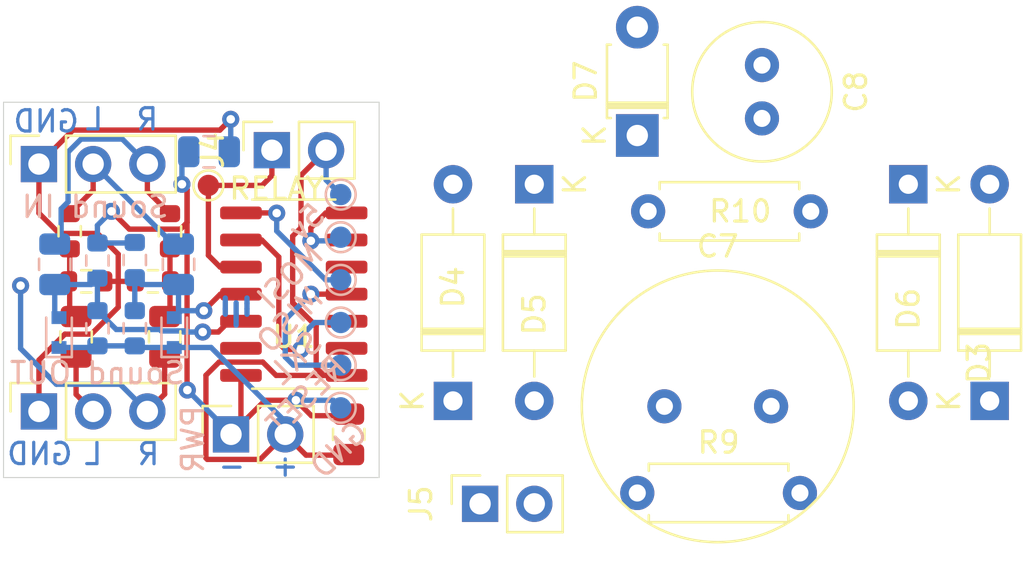
<source format=kicad_pcb>
(kicad_pcb (version 20171130) (host pcbnew 5.1.7-a382d34a8~88~ubuntu16.04.1)

  (general
    (thickness 1.6)
    (drawings 20)
    (tracks 172)
    (zones 0)
    (modules 38)
    (nets 21)
  )

  (page A4)
  (layers
    (0 F.Cu signal)
    (31 B.Cu signal)
    (32 B.Adhes user)
    (33 F.Adhes user)
    (34 B.Paste user)
    (35 F.Paste user)
    (36 B.SilkS user)
    (37 F.SilkS user)
    (38 B.Mask user)
    (39 F.Mask user)
    (40 Dwgs.User user)
    (41 Cmts.User user)
    (42 Eco1.User user)
    (43 Eco2.User user)
    (44 Edge.Cuts user)
    (45 Margin user)
    (46 B.CrtYd user)
    (47 F.CrtYd user)
    (48 B.Fab user hide)
    (49 F.Fab user hide)
  )

  (setup
    (last_trace_width 0.25)
    (trace_clearance 0.2)
    (zone_clearance 0.508)
    (zone_45_only no)
    (trace_min 0.2)
    (via_size 0.8)
    (via_drill 0.4)
    (via_min_size 0.4)
    (via_min_drill 0.3)
    (uvia_size 0.3)
    (uvia_drill 0.1)
    (uvias_allowed no)
    (uvia_min_size 0.2)
    (uvia_min_drill 0.1)
    (edge_width 0.05)
    (segment_width 0.2)
    (pcb_text_width 0.3)
    (pcb_text_size 1.5 1.5)
    (mod_edge_width 0.12)
    (mod_text_size 1 1)
    (mod_text_width 0.15)
    (pad_size 1.524 1.524)
    (pad_drill 0.762)
    (pad_to_mask_clearance 0)
    (aux_axis_origin 0 0)
    (visible_elements FFFFFF7F)
    (pcbplotparams
      (layerselection 0x010fc_ffffffff)
      (usegerberextensions false)
      (usegerberattributes true)
      (usegerberadvancedattributes true)
      (creategerberjobfile true)
      (excludeedgelayer true)
      (linewidth 0.100000)
      (plotframeref false)
      (viasonmask false)
      (mode 1)
      (useauxorigin false)
      (hpglpennumber 1)
      (hpglpenspeed 20)
      (hpglpendiameter 15.000000)
      (psnegative false)
      (psa4output false)
      (plotreference true)
      (plotvalue true)
      (plotinvisibletext false)
      (padsonsilk false)
      (subtractmaskfromsilk false)
      (outputformat 1)
      (mirror false)
      (drillshape 1)
      (scaleselection 1)
      (outputdirectory ""))
  )

  (net 0 "")
  (net 1 GND)
  (net 2 +5V)
  (net 3 Sense_R)
  (net 4 "Net-(C2-Pad1)")
  (net 5 Sense_L)
  (net 6 "Net-(C3-Pad1)")
  (net 7 Relay)
  (net 8 "Net-(TP3-Pad1)")
  (net 9 "Net-(TP4-Pad1)")
  (net 10 "Net-(TP5-Pad1)")
  (net 11 "Net-(TP6-Pad1)")
  (net 12 "Net-(C4-Pad2)")
  (net 13 "Net-(C4-Pad1)")
  (net 14 "Net-(C5-Pad2)")
  (net 15 "Net-(C5-Pad1)")
  (net 16 "Net-(C6-Pad1)")
  (net 17 "Net-(C7-Pad2)")
  (net 18 "Net-(C7-Pad1)")
  (net 19 "Net-(C8-Pad2)")
  (net 20 "Net-(D4-Pad1)")

  (net_class Default "This is the default net class."
    (clearance 0.2)
    (trace_width 0.25)
    (via_dia 0.8)
    (via_drill 0.4)
    (uvia_dia 0.3)
    (uvia_drill 0.1)
    (add_net +5V)
    (add_net GND)
    (add_net "Net-(C2-Pad1)")
    (add_net "Net-(C3-Pad1)")
    (add_net "Net-(C4-Pad1)")
    (add_net "Net-(C4-Pad2)")
    (add_net "Net-(C5-Pad1)")
    (add_net "Net-(C5-Pad2)")
    (add_net "Net-(C6-Pad1)")
    (add_net "Net-(C7-Pad1)")
    (add_net "Net-(C7-Pad2)")
    (add_net "Net-(C8-Pad2)")
    (add_net "Net-(D4-Pad1)")
    (add_net "Net-(TP3-Pad1)")
    (add_net "Net-(TP4-Pad1)")
    (add_net "Net-(TP5-Pad1)")
    (add_net "Net-(TP6-Pad1)")
    (add_net "Net-(U1-Pad13)")
    (add_net "Net-(U1-Pad2)")
    (add_net "Net-(U1-Pad3)")
    (add_net "Net-(U1-Pad5)")
    (add_net "Net-(U1-Pad6)")
    (add_net Relay)
    (add_net Sense_L)
    (add_net Sense_R)
  )

  (module Resistor_THT:R_Axial_DIN0207_L6.3mm_D2.5mm_P7.62mm_Horizontal (layer F.Cu) (tedit 5AE5139B) (tstamp 609AC220)
    (at 184.404 64.516)
    (descr "Resistor, Axial_DIN0207 series, Axial, Horizontal, pin pitch=7.62mm, 0.25W = 1/4W, length*diameter=6.3*2.5mm^2, http://cdn-reichelt.de/documents/datenblatt/B400/1_4W%23YAG.pdf")
    (tags "Resistor Axial_DIN0207 series Axial Horizontal pin pitch 7.62mm 0.25W = 1/4W length 6.3mm diameter 2.5mm")
    (path /609B166E)
    (fp_text reference R10 (at 4.318 0) (layer F.SilkS)
      (effects (font (size 1 1) (thickness 0.15)))
    )
    (fp_text value 100r (at 3.81 2.37) (layer F.Fab)
      (effects (font (size 1 1) (thickness 0.15)))
    )
    (fp_text user %R (at 3.81 0) (layer F.Fab)
      (effects (font (size 1 1) (thickness 0.15)))
    )
    (fp_line (start 0.66 -1.25) (end 0.66 1.25) (layer F.Fab) (width 0.1))
    (fp_line (start 0.66 1.25) (end 6.96 1.25) (layer F.Fab) (width 0.1))
    (fp_line (start 6.96 1.25) (end 6.96 -1.25) (layer F.Fab) (width 0.1))
    (fp_line (start 6.96 -1.25) (end 0.66 -1.25) (layer F.Fab) (width 0.1))
    (fp_line (start 0 0) (end 0.66 0) (layer F.Fab) (width 0.1))
    (fp_line (start 7.62 0) (end 6.96 0) (layer F.Fab) (width 0.1))
    (fp_line (start 0.54 -1.04) (end 0.54 -1.37) (layer F.SilkS) (width 0.12))
    (fp_line (start 0.54 -1.37) (end 7.08 -1.37) (layer F.SilkS) (width 0.12))
    (fp_line (start 7.08 -1.37) (end 7.08 -1.04) (layer F.SilkS) (width 0.12))
    (fp_line (start 0.54 1.04) (end 0.54 1.37) (layer F.SilkS) (width 0.12))
    (fp_line (start 0.54 1.37) (end 7.08 1.37) (layer F.SilkS) (width 0.12))
    (fp_line (start 7.08 1.37) (end 7.08 1.04) (layer F.SilkS) (width 0.12))
    (fp_line (start -1.05 -1.5) (end -1.05 1.5) (layer F.CrtYd) (width 0.05))
    (fp_line (start -1.05 1.5) (end 8.67 1.5) (layer F.CrtYd) (width 0.05))
    (fp_line (start 8.67 1.5) (end 8.67 -1.5) (layer F.CrtYd) (width 0.05))
    (fp_line (start 8.67 -1.5) (end -1.05 -1.5) (layer F.CrtYd) (width 0.05))
    (pad 2 thru_hole oval (at 7.62 0) (size 1.6 1.6) (drill 0.8) (layers *.Cu *.Mask)
      (net 19 "Net-(C8-Pad2)"))
    (pad 1 thru_hole circle (at 0 0) (size 1.6 1.6) (drill 0.8) (layers *.Cu *.Mask)
      (net 2 +5V))
    (model ${KISYS3DMOD}/Resistor_THT.3dshapes/R_Axial_DIN0207_L6.3mm_D2.5mm_P7.62mm_Horizontal.wrl
      (at (xyz 0 0 0))
      (scale (xyz 1 1 1))
      (rotate (xyz 0 0 0))
    )
  )

  (module Resistor_THT:R_Axial_DIN0207_L6.3mm_D2.5mm_P7.62mm_Horizontal (layer F.Cu) (tedit 5AE5139B) (tstamp 609AC209)
    (at 183.896 77.724)
    (descr "Resistor, Axial_DIN0207 series, Axial, Horizontal, pin pitch=7.62mm, 0.25W = 1/4W, length*diameter=6.3*2.5mm^2, http://cdn-reichelt.de/documents/datenblatt/B400/1_4W%23YAG.pdf")
    (tags "Resistor Axial_DIN0207 series Axial Horizontal pin pitch 7.62mm 0.25W = 1/4W length 6.3mm diameter 2.5mm")
    (path /609AF90D)
    (fp_text reference R9 (at 3.81 -2.37) (layer F.SilkS)
      (effects (font (size 1 1) (thickness 0.15)))
    )
    (fp_text value 1M (at 3.81 2.37) (layer F.Fab)
      (effects (font (size 1 1) (thickness 0.15)))
    )
    (fp_text user %R (at 3.81 0) (layer F.Fab)
      (effects (font (size 1 1) (thickness 0.15)))
    )
    (fp_line (start 0.66 -1.25) (end 0.66 1.25) (layer F.Fab) (width 0.1))
    (fp_line (start 0.66 1.25) (end 6.96 1.25) (layer F.Fab) (width 0.1))
    (fp_line (start 6.96 1.25) (end 6.96 -1.25) (layer F.Fab) (width 0.1))
    (fp_line (start 6.96 -1.25) (end 0.66 -1.25) (layer F.Fab) (width 0.1))
    (fp_line (start 0 0) (end 0.66 0) (layer F.Fab) (width 0.1))
    (fp_line (start 7.62 0) (end 6.96 0) (layer F.Fab) (width 0.1))
    (fp_line (start 0.54 -1.04) (end 0.54 -1.37) (layer F.SilkS) (width 0.12))
    (fp_line (start 0.54 -1.37) (end 7.08 -1.37) (layer F.SilkS) (width 0.12))
    (fp_line (start 7.08 -1.37) (end 7.08 -1.04) (layer F.SilkS) (width 0.12))
    (fp_line (start 0.54 1.04) (end 0.54 1.37) (layer F.SilkS) (width 0.12))
    (fp_line (start 0.54 1.37) (end 7.08 1.37) (layer F.SilkS) (width 0.12))
    (fp_line (start 7.08 1.37) (end 7.08 1.04) (layer F.SilkS) (width 0.12))
    (fp_line (start -1.05 -1.5) (end -1.05 1.5) (layer F.CrtYd) (width 0.05))
    (fp_line (start -1.05 1.5) (end 8.67 1.5) (layer F.CrtYd) (width 0.05))
    (fp_line (start 8.67 1.5) (end 8.67 -1.5) (layer F.CrtYd) (width 0.05))
    (fp_line (start 8.67 -1.5) (end -1.05 -1.5) (layer F.CrtYd) (width 0.05))
    (pad 2 thru_hole oval (at 7.62 0) (size 1.6 1.6) (drill 0.8) (layers *.Cu *.Mask)
      (net 17 "Net-(C7-Pad2)"))
    (pad 1 thru_hole circle (at 0 0) (size 1.6 1.6) (drill 0.8) (layers *.Cu *.Mask)
      (net 18 "Net-(C7-Pad1)"))
    (model ${KISYS3DMOD}/Resistor_THT.3dshapes/R_Axial_DIN0207_L6.3mm_D2.5mm_P7.62mm_Horizontal.wrl
      (at (xyz 0 0 0))
      (scale (xyz 1 1 1))
      (rotate (xyz 0 0 0))
    )
  )

  (module Connector_PinSocket_2.54mm:PinSocket_1x02_P2.54mm_Vertical (layer F.Cu) (tedit 5A19A420) (tstamp 609AC0F2)
    (at 176.53 78.232 90)
    (descr "Through hole straight socket strip, 1x02, 2.54mm pitch, single row (from Kicad 4.0.7), script generated")
    (tags "Through hole socket strip THT 1x02 2.54mm single row")
    (path /609FB20D)
    (fp_text reference J5 (at 0 -2.77 90) (layer F.SilkS)
      (effects (font (size 1 1) (thickness 0.15)))
    )
    (fp_text value MAINS (at 0 5.31 90) (layer F.Fab)
      (effects (font (size 1 1) (thickness 0.15)))
    )
    (fp_text user %R (at 0 1.27) (layer F.Fab)
      (effects (font (size 1 1) (thickness 0.15)))
    )
    (fp_line (start -1.27 -1.27) (end 0.635 -1.27) (layer F.Fab) (width 0.1))
    (fp_line (start 0.635 -1.27) (end 1.27 -0.635) (layer F.Fab) (width 0.1))
    (fp_line (start 1.27 -0.635) (end 1.27 3.81) (layer F.Fab) (width 0.1))
    (fp_line (start 1.27 3.81) (end -1.27 3.81) (layer F.Fab) (width 0.1))
    (fp_line (start -1.27 3.81) (end -1.27 -1.27) (layer F.Fab) (width 0.1))
    (fp_line (start -1.33 1.27) (end 1.33 1.27) (layer F.SilkS) (width 0.12))
    (fp_line (start -1.33 1.27) (end -1.33 3.87) (layer F.SilkS) (width 0.12))
    (fp_line (start -1.33 3.87) (end 1.33 3.87) (layer F.SilkS) (width 0.12))
    (fp_line (start 1.33 1.27) (end 1.33 3.87) (layer F.SilkS) (width 0.12))
    (fp_line (start 1.33 -1.33) (end 1.33 0) (layer F.SilkS) (width 0.12))
    (fp_line (start 0 -1.33) (end 1.33 -1.33) (layer F.SilkS) (width 0.12))
    (fp_line (start -1.8 -1.8) (end 1.75 -1.8) (layer F.CrtYd) (width 0.05))
    (fp_line (start 1.75 -1.8) (end 1.75 4.3) (layer F.CrtYd) (width 0.05))
    (fp_line (start 1.75 4.3) (end -1.8 4.3) (layer F.CrtYd) (width 0.05))
    (fp_line (start -1.8 4.3) (end -1.8 -1.8) (layer F.CrtYd) (width 0.05))
    (pad 2 thru_hole oval (at 0 2.54 90) (size 1.7 1.7) (drill 1) (layers *.Cu *.Mask)
      (net 17 "Net-(C7-Pad2)"))
    (pad 1 thru_hole rect (at 0 0 90) (size 1.7 1.7) (drill 1) (layers *.Cu *.Mask)
      (net 20 "Net-(D4-Pad1)"))
    (model ${KISYS3DMOD}/Connector_PinSocket_2.54mm.3dshapes/PinSocket_1x02_P2.54mm_Vertical.wrl
      (at (xyz 0 0 0))
      (scale (xyz 1 1 1))
      (rotate (xyz 0 0 0))
    )
  )

  (module Diode_THT:D_T-1_P5.08mm_Horizontal (layer F.Cu) (tedit 5AE50CD5) (tstamp 609AC030)
    (at 183.896 60.96 90)
    (descr "Diode, T-1 series, Axial, Horizontal, pin pitch=5.08mm, , length*diameter=3.2*2.6mm^2, , http://www.diodes.com/_files/packages/T-1.pdf")
    (tags "Diode T-1 series Axial Horizontal pin pitch 5.08mm  length 3.2mm diameter 2.6mm")
    (path /609B7172)
    (fp_text reference D7 (at 2.54 -2.42 90) (layer F.SilkS)
      (effects (font (size 1 1) (thickness 0.15)))
    )
    (fp_text value D_Zener_ALT (at 2.54 2.42 90) (layer F.Fab)
      (effects (font (size 1 1) (thickness 0.15)))
    )
    (fp_text user K (at 0 -2 90) (layer F.SilkS)
      (effects (font (size 1 1) (thickness 0.15)))
    )
    (fp_text user K (at 0 -2 90) (layer F.Fab)
      (effects (font (size 1 1) (thickness 0.15)))
    )
    (fp_text user %R (at 2.78 0 90) (layer F.Fab)
      (effects (font (size 0.64 0.64) (thickness 0.096)))
    )
    (fp_line (start 0.94 -1.3) (end 0.94 1.3) (layer F.Fab) (width 0.1))
    (fp_line (start 0.94 1.3) (end 4.14 1.3) (layer F.Fab) (width 0.1))
    (fp_line (start 4.14 1.3) (end 4.14 -1.3) (layer F.Fab) (width 0.1))
    (fp_line (start 4.14 -1.3) (end 0.94 -1.3) (layer F.Fab) (width 0.1))
    (fp_line (start 0 0) (end 0.94 0) (layer F.Fab) (width 0.1))
    (fp_line (start 5.08 0) (end 4.14 0) (layer F.Fab) (width 0.1))
    (fp_line (start 1.42 -1.3) (end 1.42 1.3) (layer F.Fab) (width 0.1))
    (fp_line (start 1.52 -1.3) (end 1.52 1.3) (layer F.Fab) (width 0.1))
    (fp_line (start 1.32 -1.3) (end 1.32 1.3) (layer F.Fab) (width 0.1))
    (fp_line (start 0.82 -1.24) (end 0.82 -1.42) (layer F.SilkS) (width 0.12))
    (fp_line (start 0.82 -1.42) (end 4.26 -1.42) (layer F.SilkS) (width 0.12))
    (fp_line (start 4.26 -1.42) (end 4.26 -1.24) (layer F.SilkS) (width 0.12))
    (fp_line (start 0.82 1.24) (end 0.82 1.42) (layer F.SilkS) (width 0.12))
    (fp_line (start 0.82 1.42) (end 4.26 1.42) (layer F.SilkS) (width 0.12))
    (fp_line (start 4.26 1.42) (end 4.26 1.24) (layer F.SilkS) (width 0.12))
    (fp_line (start 1.42 -1.42) (end 1.42 1.42) (layer F.SilkS) (width 0.12))
    (fp_line (start 1.54 -1.42) (end 1.54 1.42) (layer F.SilkS) (width 0.12))
    (fp_line (start 1.3 -1.42) (end 1.3 1.42) (layer F.SilkS) (width 0.12))
    (fp_line (start -1.25 -1.55) (end -1.25 1.55) (layer F.CrtYd) (width 0.05))
    (fp_line (start -1.25 1.55) (end 6.33 1.55) (layer F.CrtYd) (width 0.05))
    (fp_line (start 6.33 1.55) (end 6.33 -1.55) (layer F.CrtYd) (width 0.05))
    (fp_line (start 6.33 -1.55) (end -1.25 -1.55) (layer F.CrtYd) (width 0.05))
    (pad 2 thru_hole oval (at 5.08 0 90) (size 2 2) (drill 1) (layers *.Cu *.Mask)
      (net 1 GND))
    (pad 1 thru_hole rect (at 0 0 90) (size 2 2) (drill 1) (layers *.Cu *.Mask)
      (net 2 +5V))
    (model ${KISYS3DMOD}/Diode_THT.3dshapes/D_T-1_P5.08mm_Horizontal.wrl
      (at (xyz 0 0 0))
      (scale (xyz 1 1 1))
      (rotate (xyz 0 0 0))
    )
  )

  (module Diode_THT:D_A-405_P10.16mm_Horizontal (layer F.Cu) (tedit 5AE50CD5) (tstamp 609AC011)
    (at 196.596 63.246 270)
    (descr "Diode, A-405 series, Axial, Horizontal, pin pitch=10.16mm, , length*diameter=5.2*2.7mm^2, , http://www.diodes.com/_files/packages/A-405.pdf")
    (tags "Diode A-405 series Axial Horizontal pin pitch 10.16mm  length 5.2mm diameter 2.7mm")
    (path /609AE84E)
    (fp_text reference D6 (at 5.842 0 90) (layer F.SilkS)
      (effects (font (size 1 1) (thickness 0.15)))
    )
    (fp_text value IN4007 (at 5.08 2.47 90) (layer F.Fab)
      (effects (font (size 1 1) (thickness 0.15)))
    )
    (fp_text user K (at 0 -1.9 90) (layer F.SilkS)
      (effects (font (size 1 1) (thickness 0.15)))
    )
    (fp_text user K (at 0 -1.9 90) (layer F.Fab)
      (effects (font (size 1 1) (thickness 0.15)))
    )
    (fp_text user %R (at 5.47 0 90) (layer F.Fab)
      (effects (font (size 1 1) (thickness 0.15)))
    )
    (fp_line (start 2.48 -1.35) (end 2.48 1.35) (layer F.Fab) (width 0.1))
    (fp_line (start 2.48 1.35) (end 7.68 1.35) (layer F.Fab) (width 0.1))
    (fp_line (start 7.68 1.35) (end 7.68 -1.35) (layer F.Fab) (width 0.1))
    (fp_line (start 7.68 -1.35) (end 2.48 -1.35) (layer F.Fab) (width 0.1))
    (fp_line (start 0 0) (end 2.48 0) (layer F.Fab) (width 0.1))
    (fp_line (start 10.16 0) (end 7.68 0) (layer F.Fab) (width 0.1))
    (fp_line (start 3.26 -1.35) (end 3.26 1.35) (layer F.Fab) (width 0.1))
    (fp_line (start 3.36 -1.35) (end 3.36 1.35) (layer F.Fab) (width 0.1))
    (fp_line (start 3.16 -1.35) (end 3.16 1.35) (layer F.Fab) (width 0.1))
    (fp_line (start 2.36 -1.47) (end 2.36 1.47) (layer F.SilkS) (width 0.12))
    (fp_line (start 2.36 1.47) (end 7.8 1.47) (layer F.SilkS) (width 0.12))
    (fp_line (start 7.8 1.47) (end 7.8 -1.47) (layer F.SilkS) (width 0.12))
    (fp_line (start 7.8 -1.47) (end 2.36 -1.47) (layer F.SilkS) (width 0.12))
    (fp_line (start 1.14 0) (end 2.36 0) (layer F.SilkS) (width 0.12))
    (fp_line (start 9.02 0) (end 7.8 0) (layer F.SilkS) (width 0.12))
    (fp_line (start 3.26 -1.47) (end 3.26 1.47) (layer F.SilkS) (width 0.12))
    (fp_line (start 3.38 -1.47) (end 3.38 1.47) (layer F.SilkS) (width 0.12))
    (fp_line (start 3.14 -1.47) (end 3.14 1.47) (layer F.SilkS) (width 0.12))
    (fp_line (start -1.15 -1.6) (end -1.15 1.6) (layer F.CrtYd) (width 0.05))
    (fp_line (start -1.15 1.6) (end 11.31 1.6) (layer F.CrtYd) (width 0.05))
    (fp_line (start 11.31 1.6) (end 11.31 -1.6) (layer F.CrtYd) (width 0.05))
    (fp_line (start 11.31 -1.6) (end -1.15 -1.6) (layer F.CrtYd) (width 0.05))
    (pad 2 thru_hole oval (at 10.16 0 270) (size 1.8 1.8) (drill 0.9) (layers *.Cu *.Mask)
      (net 18 "Net-(C7-Pad1)"))
    (pad 1 thru_hole rect (at 0 0 270) (size 1.8 1.8) (drill 0.9) (layers *.Cu *.Mask)
      (net 1 GND))
    (model ${KISYS3DMOD}/Diode_THT.3dshapes/D_A-405_P10.16mm_Horizontal.wrl
      (at (xyz 0 0 0))
      (scale (xyz 1 1 1))
      (rotate (xyz 0 0 0))
    )
  )

  (module Diode_THT:D_A-405_P10.16mm_Horizontal (layer F.Cu) (tedit 5AE50CD5) (tstamp 609ABFF2)
    (at 179.07 63.246 270)
    (descr "Diode, A-405 series, Axial, Horizontal, pin pitch=10.16mm, , length*diameter=5.2*2.7mm^2, , http://www.diodes.com/_files/packages/A-405.pdf")
    (tags "Diode A-405 series Axial Horizontal pin pitch 10.16mm  length 5.2mm diameter 2.7mm")
    (path /609AE1D2)
    (fp_text reference D5 (at 6.096 0 90) (layer F.SilkS)
      (effects (font (size 1 1) (thickness 0.15)))
    )
    (fp_text value IN4007 (at 5.08 2.47 90) (layer F.Fab)
      (effects (font (size 1 1) (thickness 0.15)))
    )
    (fp_text user K (at 0 -1.9 90) (layer F.SilkS)
      (effects (font (size 1 1) (thickness 0.15)))
    )
    (fp_text user K (at 0 -1.9 90) (layer F.Fab)
      (effects (font (size 1 1) (thickness 0.15)))
    )
    (fp_text user %R (at 5.47 0 90) (layer F.Fab)
      (effects (font (size 1 1) (thickness 0.15)))
    )
    (fp_line (start 2.48 -1.35) (end 2.48 1.35) (layer F.Fab) (width 0.1))
    (fp_line (start 2.48 1.35) (end 7.68 1.35) (layer F.Fab) (width 0.1))
    (fp_line (start 7.68 1.35) (end 7.68 -1.35) (layer F.Fab) (width 0.1))
    (fp_line (start 7.68 -1.35) (end 2.48 -1.35) (layer F.Fab) (width 0.1))
    (fp_line (start 0 0) (end 2.48 0) (layer F.Fab) (width 0.1))
    (fp_line (start 10.16 0) (end 7.68 0) (layer F.Fab) (width 0.1))
    (fp_line (start 3.26 -1.35) (end 3.26 1.35) (layer F.Fab) (width 0.1))
    (fp_line (start 3.36 -1.35) (end 3.36 1.35) (layer F.Fab) (width 0.1))
    (fp_line (start 3.16 -1.35) (end 3.16 1.35) (layer F.Fab) (width 0.1))
    (fp_line (start 2.36 -1.47) (end 2.36 1.47) (layer F.SilkS) (width 0.12))
    (fp_line (start 2.36 1.47) (end 7.8 1.47) (layer F.SilkS) (width 0.12))
    (fp_line (start 7.8 1.47) (end 7.8 -1.47) (layer F.SilkS) (width 0.12))
    (fp_line (start 7.8 -1.47) (end 2.36 -1.47) (layer F.SilkS) (width 0.12))
    (fp_line (start 1.14 0) (end 2.36 0) (layer F.SilkS) (width 0.12))
    (fp_line (start 9.02 0) (end 7.8 0) (layer F.SilkS) (width 0.12))
    (fp_line (start 3.26 -1.47) (end 3.26 1.47) (layer F.SilkS) (width 0.12))
    (fp_line (start 3.38 -1.47) (end 3.38 1.47) (layer F.SilkS) (width 0.12))
    (fp_line (start 3.14 -1.47) (end 3.14 1.47) (layer F.SilkS) (width 0.12))
    (fp_line (start -1.15 -1.6) (end -1.15 1.6) (layer F.CrtYd) (width 0.05))
    (fp_line (start -1.15 1.6) (end 11.31 1.6) (layer F.CrtYd) (width 0.05))
    (fp_line (start 11.31 1.6) (end 11.31 -1.6) (layer F.CrtYd) (width 0.05))
    (fp_line (start 11.31 -1.6) (end -1.15 -1.6) (layer F.CrtYd) (width 0.05))
    (pad 2 thru_hole oval (at 10.16 0 270) (size 1.8 1.8) (drill 0.9) (layers *.Cu *.Mask)
      (net 20 "Net-(D4-Pad1)"))
    (pad 1 thru_hole rect (at 0 0 270) (size 1.8 1.8) (drill 0.9) (layers *.Cu *.Mask)
      (net 1 GND))
    (model ${KISYS3DMOD}/Diode_THT.3dshapes/D_A-405_P10.16mm_Horizontal.wrl
      (at (xyz 0 0 0))
      (scale (xyz 1 1 1))
      (rotate (xyz 0 0 0))
    )
  )

  (module Diode_THT:D_A-405_P10.16mm_Horizontal (layer F.Cu) (tedit 5AE50CD5) (tstamp 609ABFD3)
    (at 175.26 73.406 90)
    (descr "Diode, A-405 series, Axial, Horizontal, pin pitch=10.16mm, , length*diameter=5.2*2.7mm^2, , http://www.diodes.com/_files/packages/A-405.pdf")
    (tags "Diode A-405 series Axial Horizontal pin pitch 10.16mm  length 5.2mm diameter 2.7mm")
    (path /609ADDC7)
    (fp_text reference D4 (at 5.334 0 90) (layer F.SilkS)
      (effects (font (size 1 1) (thickness 0.15)))
    )
    (fp_text value IN4007 (at 5.08 2.47 90) (layer F.Fab)
      (effects (font (size 1 1) (thickness 0.15)))
    )
    (fp_text user K (at 0 -1.9 90) (layer F.SilkS)
      (effects (font (size 1 1) (thickness 0.15)))
    )
    (fp_text user K (at 0 -1.9 90) (layer F.Fab)
      (effects (font (size 1 1) (thickness 0.15)))
    )
    (fp_text user %R (at 5.47 0 90) (layer F.Fab)
      (effects (font (size 1 1) (thickness 0.15)))
    )
    (fp_line (start 2.48 -1.35) (end 2.48 1.35) (layer F.Fab) (width 0.1))
    (fp_line (start 2.48 1.35) (end 7.68 1.35) (layer F.Fab) (width 0.1))
    (fp_line (start 7.68 1.35) (end 7.68 -1.35) (layer F.Fab) (width 0.1))
    (fp_line (start 7.68 -1.35) (end 2.48 -1.35) (layer F.Fab) (width 0.1))
    (fp_line (start 0 0) (end 2.48 0) (layer F.Fab) (width 0.1))
    (fp_line (start 10.16 0) (end 7.68 0) (layer F.Fab) (width 0.1))
    (fp_line (start 3.26 -1.35) (end 3.26 1.35) (layer F.Fab) (width 0.1))
    (fp_line (start 3.36 -1.35) (end 3.36 1.35) (layer F.Fab) (width 0.1))
    (fp_line (start 3.16 -1.35) (end 3.16 1.35) (layer F.Fab) (width 0.1))
    (fp_line (start 2.36 -1.47) (end 2.36 1.47) (layer F.SilkS) (width 0.12))
    (fp_line (start 2.36 1.47) (end 7.8 1.47) (layer F.SilkS) (width 0.12))
    (fp_line (start 7.8 1.47) (end 7.8 -1.47) (layer F.SilkS) (width 0.12))
    (fp_line (start 7.8 -1.47) (end 2.36 -1.47) (layer F.SilkS) (width 0.12))
    (fp_line (start 1.14 0) (end 2.36 0) (layer F.SilkS) (width 0.12))
    (fp_line (start 9.02 0) (end 7.8 0) (layer F.SilkS) (width 0.12))
    (fp_line (start 3.26 -1.47) (end 3.26 1.47) (layer F.SilkS) (width 0.12))
    (fp_line (start 3.38 -1.47) (end 3.38 1.47) (layer F.SilkS) (width 0.12))
    (fp_line (start 3.14 -1.47) (end 3.14 1.47) (layer F.SilkS) (width 0.12))
    (fp_line (start -1.15 -1.6) (end -1.15 1.6) (layer F.CrtYd) (width 0.05))
    (fp_line (start -1.15 1.6) (end 11.31 1.6) (layer F.CrtYd) (width 0.05))
    (fp_line (start 11.31 1.6) (end 11.31 -1.6) (layer F.CrtYd) (width 0.05))
    (fp_line (start 11.31 -1.6) (end -1.15 -1.6) (layer F.CrtYd) (width 0.05))
    (pad 2 thru_hole oval (at 10.16 0 90) (size 1.8 1.8) (drill 0.9) (layers *.Cu *.Mask)
      (net 19 "Net-(C8-Pad2)"))
    (pad 1 thru_hole rect (at 0 0 90) (size 1.8 1.8) (drill 0.9) (layers *.Cu *.Mask)
      (net 20 "Net-(D4-Pad1)"))
    (model ${KISYS3DMOD}/Diode_THT.3dshapes/D_A-405_P10.16mm_Horizontal.wrl
      (at (xyz 0 0 0))
      (scale (xyz 1 1 1))
      (rotate (xyz 0 0 0))
    )
  )

  (module Diode_THT:D_A-405_P10.16mm_Horizontal (layer F.Cu) (tedit 5AE50CD5) (tstamp 609ABFB4)
    (at 200.406 73.406 90)
    (descr "Diode, A-405 series, Axial, Horizontal, pin pitch=10.16mm, , length*diameter=5.2*2.7mm^2, , http://www.diodes.com/_files/packages/A-405.pdf")
    (tags "Diode A-405 series Axial Horizontal pin pitch 10.16mm  length 5.2mm diameter 2.7mm")
    (path /609AD9BF)
    (fp_text reference D3 (at 1.778 -0.508 90) (layer F.SilkS)
      (effects (font (size 1 1) (thickness 0.15)))
    )
    (fp_text value IN4007 (at 5.08 2.47 90) (layer F.Fab)
      (effects (font (size 1 1) (thickness 0.15)))
    )
    (fp_text user K (at 0 -1.9 90) (layer F.SilkS)
      (effects (font (size 1 1) (thickness 0.15)))
    )
    (fp_text user K (at 0 -1.9 90) (layer F.Fab)
      (effects (font (size 1 1) (thickness 0.15)))
    )
    (fp_text user %R (at 5.47 0 90) (layer F.Fab)
      (effects (font (size 1 1) (thickness 0.15)))
    )
    (fp_line (start 2.48 -1.35) (end 2.48 1.35) (layer F.Fab) (width 0.1))
    (fp_line (start 2.48 1.35) (end 7.68 1.35) (layer F.Fab) (width 0.1))
    (fp_line (start 7.68 1.35) (end 7.68 -1.35) (layer F.Fab) (width 0.1))
    (fp_line (start 7.68 -1.35) (end 2.48 -1.35) (layer F.Fab) (width 0.1))
    (fp_line (start 0 0) (end 2.48 0) (layer F.Fab) (width 0.1))
    (fp_line (start 10.16 0) (end 7.68 0) (layer F.Fab) (width 0.1))
    (fp_line (start 3.26 -1.35) (end 3.26 1.35) (layer F.Fab) (width 0.1))
    (fp_line (start 3.36 -1.35) (end 3.36 1.35) (layer F.Fab) (width 0.1))
    (fp_line (start 3.16 -1.35) (end 3.16 1.35) (layer F.Fab) (width 0.1))
    (fp_line (start 2.36 -1.47) (end 2.36 1.47) (layer F.SilkS) (width 0.12))
    (fp_line (start 2.36 1.47) (end 7.8 1.47) (layer F.SilkS) (width 0.12))
    (fp_line (start 7.8 1.47) (end 7.8 -1.47) (layer F.SilkS) (width 0.12))
    (fp_line (start 7.8 -1.47) (end 2.36 -1.47) (layer F.SilkS) (width 0.12))
    (fp_line (start 1.14 0) (end 2.36 0) (layer F.SilkS) (width 0.12))
    (fp_line (start 9.02 0) (end 7.8 0) (layer F.SilkS) (width 0.12))
    (fp_line (start 3.26 -1.47) (end 3.26 1.47) (layer F.SilkS) (width 0.12))
    (fp_line (start 3.38 -1.47) (end 3.38 1.47) (layer F.SilkS) (width 0.12))
    (fp_line (start 3.14 -1.47) (end 3.14 1.47) (layer F.SilkS) (width 0.12))
    (fp_line (start -1.15 -1.6) (end -1.15 1.6) (layer F.CrtYd) (width 0.05))
    (fp_line (start -1.15 1.6) (end 11.31 1.6) (layer F.CrtYd) (width 0.05))
    (fp_line (start 11.31 1.6) (end 11.31 -1.6) (layer F.CrtYd) (width 0.05))
    (fp_line (start 11.31 -1.6) (end -1.15 -1.6) (layer F.CrtYd) (width 0.05))
    (pad 2 thru_hole oval (at 10.16 0 90) (size 1.8 1.8) (drill 0.9) (layers *.Cu *.Mask)
      (net 19 "Net-(C8-Pad2)"))
    (pad 1 thru_hole rect (at 0 0 90) (size 1.8 1.8) (drill 0.9) (layers *.Cu *.Mask)
      (net 18 "Net-(C7-Pad1)"))
    (model ${KISYS3DMOD}/Diode_THT.3dshapes/D_A-405_P10.16mm_Horizontal.wrl
      (at (xyz 0 0 0))
      (scale (xyz 1 1 1))
      (rotate (xyz 0 0 0))
    )
  )

  (module Capacitor_THT:C_Radial_D6.3mm_H5.0mm_P2.50mm (layer F.Cu) (tedit 5BC5C9B9) (tstamp 609ABF39)
    (at 189.738 57.658 270)
    (descr "C, Radial series, Radial, pin pitch=2.50mm, diameter=6.3mm, height=5mm, Non-Polar Electrolytic Capacitor")
    (tags "C Radial series Radial pin pitch 2.50mm diameter 6.3mm height 5mm Non-Polar Electrolytic Capacitor")
    (path /609B1668)
    (fp_text reference C8 (at 1.25 -4.4 90) (layer F.SilkS)
      (effects (font (size 1 1) (thickness 0.15)))
    )
    (fp_text value 470uF (at 1.25 4.4 90) (layer F.Fab)
      (effects (font (size 1 1) (thickness 0.15)))
    )
    (fp_text user %R (at 1.25 0 90) (layer F.Fab)
      (effects (font (size 1 1) (thickness 0.15)))
    )
    (fp_circle (center 1.25 0) (end 4.4 0) (layer F.Fab) (width 0.1))
    (fp_circle (center 1.25 0) (end 4.52 0) (layer F.SilkS) (width 0.12))
    (fp_circle (center 1.25 0) (end 4.65 0) (layer F.CrtYd) (width 0.05))
    (pad 2 thru_hole circle (at 2.5 0 270) (size 1.6 1.6) (drill 0.8) (layers *.Cu *.Mask)
      (net 19 "Net-(C8-Pad2)"))
    (pad 1 thru_hole circle (at 0 0 270) (size 1.6 1.6) (drill 0.8) (layers *.Cu *.Mask)
      (net 1 GND))
    (model ${KISYS3DMOD}/Capacitor_THT.3dshapes/C_Radial_D6.3mm_H5.0mm_P2.50mm.wrl
      (at (xyz 0 0 0))
      (scale (xyz 1 1 1))
      (rotate (xyz 0 0 0))
    )
  )

  (module Capacitor_THT:C_Radial_D12.5mm_H25.0mm_P5.00mm (layer F.Cu) (tedit 5BC5C9BA) (tstamp 609ABF2F)
    (at 185.166 73.66)
    (descr "C, Radial series, Radial, pin pitch=5.00mm, diameter=12.5mm, height=25mm, Non-Polar Electrolytic Capacitor")
    (tags "C Radial series Radial pin pitch 5.00mm diameter 12.5mm height 25mm Non-Polar Electrolytic Capacitor")
    (path /609AF0FC)
    (fp_text reference C7 (at 2.5 -7.5) (layer F.SilkS)
      (effects (font (size 1 1) (thickness 0.15)))
    )
    (fp_text value 470nF (at 2.5 7.5) (layer F.Fab)
      (effects (font (size 1 1) (thickness 0.15)))
    )
    (fp_text user %R (at 2.5 0) (layer F.Fab)
      (effects (font (size 1 1) (thickness 0.15)))
    )
    (fp_circle (center 2.5 0) (end 8.75 0) (layer F.Fab) (width 0.1))
    (fp_circle (center 2.5 0) (end 8.87 0) (layer F.SilkS) (width 0.12))
    (fp_circle (center 2.5 0) (end 9 0) (layer F.CrtYd) (width 0.05))
    (pad 2 thru_hole circle (at 5 0) (size 1.6 1.6) (drill 0.8) (layers *.Cu *.Mask)
      (net 17 "Net-(C7-Pad2)"))
    (pad 1 thru_hole circle (at 0 0) (size 1.6 1.6) (drill 0.8) (layers *.Cu *.Mask)
      (net 18 "Net-(C7-Pad1)"))
    (model ${KISYS3DMOD}/Capacitor_THT.3dshapes/C_Radial_D12.5mm_H25.0mm_P5.00mm.wrl
      (at (xyz 0 0 0))
      (scale (xyz 1 1 1))
      (rotate (xyz 0 0 0))
    )
  )

  (module Capacitor_SMD:C_0805_2012Metric (layer B.Cu) (tedit 5F68FEEE) (tstamp 609992F6)
    (at 163.83 61.722 180)
    (descr "Capacitor SMD 0805 (2012 Metric), square (rectangular) end terminal, IPC_7351 nominal, (Body size source: IPC-SM-782 page 76, https://www.pcb-3d.com/wordpress/wp-content/uploads/ipc-sm-782a_amendment_1_and_2.pdf, https://docs.google.com/spreadsheets/d/1BsfQQcO9C6DZCsRaXUlFlo91Tg2WpOkGARC1WS5S8t0/edit?usp=sharing), generated with kicad-footprint-generator")
    (tags capacitor)
    (path /609FE072)
    (attr smd)
    (fp_text reference C6 (at 0 1.68) (layer B.SilkS) hide
      (effects (font (size 1 1) (thickness 0.15)) (justify mirror))
    )
    (fp_text value 25uF (at 0 -1.68) (layer B.Fab)
      (effects (font (size 1 1) (thickness 0.15)) (justify mirror))
    )
    (fp_line (start -1 -0.625) (end -1 0.625) (layer B.Fab) (width 0.1))
    (fp_line (start -1 0.625) (end 1 0.625) (layer B.Fab) (width 0.1))
    (fp_line (start 1 0.625) (end 1 -0.625) (layer B.Fab) (width 0.1))
    (fp_line (start 1 -0.625) (end -1 -0.625) (layer B.Fab) (width 0.1))
    (fp_line (start -0.261252 0.735) (end 0.261252 0.735) (layer B.SilkS) (width 0.12))
    (fp_line (start -0.261252 -0.735) (end 0.261252 -0.735) (layer B.SilkS) (width 0.12))
    (fp_line (start -1.7 -0.98) (end -1.7 0.98) (layer B.CrtYd) (width 0.05))
    (fp_line (start -1.7 0.98) (end 1.7 0.98) (layer B.CrtYd) (width 0.05))
    (fp_line (start 1.7 0.98) (end 1.7 -0.98) (layer B.CrtYd) (width 0.05))
    (fp_line (start 1.7 -0.98) (end -1.7 -0.98) (layer B.CrtYd) (width 0.05))
    (fp_text user %R (at 0 0) (layer B.Fab)
      (effects (font (size 0.5 0.5) (thickness 0.08)) (justify mirror))
    )
    (pad 2 smd roundrect (at 0.95 0 180) (size 1 1.45) (layers B.Cu B.Paste B.Mask) (roundrect_rratio 0.25)
      (net 1 GND))
    (pad 1 smd roundrect (at -0.95 0 180) (size 1 1.45) (layers B.Cu B.Paste B.Mask) (roundrect_rratio 0.25)
      (net 16 "Net-(C6-Pad1)"))
    (model ${KISYS3DMOD}/Capacitor_SMD.3dshapes/C_0805_2012Metric.wrl
      (at (xyz 0 0 0))
      (scale (xyz 1 1 1))
      (rotate (xyz 0 0 0))
    )
  )

  (module Capacitor_SMD:C_0805_2012Metric (layer F.Cu) (tedit 5F68FEEE) (tstamp 60997542)
    (at 161.75 70.4 270)
    (descr "Capacitor SMD 0805 (2012 Metric), square (rectangular) end terminal, IPC_7351 nominal, (Body size source: IPC-SM-782 page 76, https://www.pcb-3d.com/wordpress/wp-content/uploads/ipc-sm-782a_amendment_1_and_2.pdf, https://docs.google.com/spreadsheets/d/1BsfQQcO9C6DZCsRaXUlFlo91Tg2WpOkGARC1WS5S8t0/edit?usp=sharing), generated with kicad-footprint-generator")
    (tags capacitor)
    (path /609AC4E7)
    (attr smd)
    (fp_text reference C4 (at 0 -1.68 90) (layer F.SilkS) hide
      (effects (font (size 1 1) (thickness 0.15)))
    )
    (fp_text value 1uF (at 0 1.68 90) (layer F.Fab)
      (effects (font (size 1 1) (thickness 0.15)))
    )
    (fp_line (start -1 0.625) (end -1 -0.625) (layer F.Fab) (width 0.1))
    (fp_line (start -1 -0.625) (end 1 -0.625) (layer F.Fab) (width 0.1))
    (fp_line (start 1 -0.625) (end 1 0.625) (layer F.Fab) (width 0.1))
    (fp_line (start 1 0.625) (end -1 0.625) (layer F.Fab) (width 0.1))
    (fp_line (start -0.261252 -0.735) (end 0.261252 -0.735) (layer F.SilkS) (width 0.12))
    (fp_line (start -0.261252 0.735) (end 0.261252 0.735) (layer F.SilkS) (width 0.12))
    (fp_line (start -1.7 0.98) (end -1.7 -0.98) (layer F.CrtYd) (width 0.05))
    (fp_line (start -1.7 -0.98) (end 1.7 -0.98) (layer F.CrtYd) (width 0.05))
    (fp_line (start 1.7 -0.98) (end 1.7 0.98) (layer F.CrtYd) (width 0.05))
    (fp_line (start 1.7 0.98) (end -1.7 0.98) (layer F.CrtYd) (width 0.05))
    (fp_text user %R (at 0 0 90) (layer F.Fab)
      (effects (font (size 0.5 0.5) (thickness 0.08)))
    )
    (pad 2 smd roundrect (at 0.95 0 270) (size 1 1.45) (layers F.Cu F.Paste F.Mask) (roundrect_rratio 0.25)
      (net 12 "Net-(C4-Pad2)"))
    (pad 1 smd roundrect (at -0.95 0 270) (size 1 1.45) (layers F.Cu F.Paste F.Mask) (roundrect_rratio 0.25)
      (net 13 "Net-(C4-Pad1)"))
    (model ${KISYS3DMOD}/Capacitor_SMD.3dshapes/C_0805_2012Metric.wrl
      (at (xyz 0 0 0))
      (scale (xyz 1 1 1))
      (rotate (xyz 0 0 0))
    )
  )

  (module Resistor_SMD:R_0603_1608Metric (layer F.Cu) (tedit 5F68FEEE) (tstamp 6099771F)
    (at 161.2 67.8)
    (descr "Resistor SMD 0603 (1608 Metric), square (rectangular) end terminal, IPC_7351 nominal, (Body size source: IPC-SM-782 page 72, https://www.pcb-3d.com/wordpress/wp-content/uploads/ipc-sm-782a_amendment_1_and_2.pdf), generated with kicad-footprint-generator")
    (tags resistor)
    (path /609A2CC8)
    (attr smd)
    (fp_text reference R8 (at 0 -1.43) (layer F.SilkS) hide
      (effects (font (size 1 1) (thickness 0.15)))
    )
    (fp_text value 1K (at 0 1.43) (layer F.Fab)
      (effects (font (size 1 1) (thickness 0.15)))
    )
    (fp_line (start -0.8 0.4125) (end -0.8 -0.4125) (layer F.Fab) (width 0.1))
    (fp_line (start -0.8 -0.4125) (end 0.8 -0.4125) (layer F.Fab) (width 0.1))
    (fp_line (start 0.8 -0.4125) (end 0.8 0.4125) (layer F.Fab) (width 0.1))
    (fp_line (start 0.8 0.4125) (end -0.8 0.4125) (layer F.Fab) (width 0.1))
    (fp_line (start -0.237258 -0.5225) (end 0.237258 -0.5225) (layer F.SilkS) (width 0.12))
    (fp_line (start -0.237258 0.5225) (end 0.237258 0.5225) (layer F.SilkS) (width 0.12))
    (fp_line (start -1.48 0.73) (end -1.48 -0.73) (layer F.CrtYd) (width 0.05))
    (fp_line (start -1.48 -0.73) (end 1.48 -0.73) (layer F.CrtYd) (width 0.05))
    (fp_line (start 1.48 -0.73) (end 1.48 0.73) (layer F.CrtYd) (width 0.05))
    (fp_line (start 1.48 0.73) (end -1.48 0.73) (layer F.CrtYd) (width 0.05))
    (fp_text user %R (at 0 0) (layer F.Fab)
      (effects (font (size 0.4 0.4) (thickness 0.06)))
    )
    (pad 2 smd roundrect (at 0.825 0) (size 0.8 0.95) (layers F.Cu F.Paste F.Mask) (roundrect_rratio 0.25)
      (net 13 "Net-(C4-Pad1)"))
    (pad 1 smd roundrect (at -0.825 0) (size 0.8 0.95) (layers F.Cu F.Paste F.Mask) (roundrect_rratio 0.25)
      (net 16 "Net-(C6-Pad1)"))
    (model ${KISYS3DMOD}/Resistor_SMD.3dshapes/R_0603_1608Metric.wrl
      (at (xyz 0 0 0))
      (scale (xyz 1 1 1))
      (rotate (xyz 0 0 0))
    )
  )

  (module Resistor_SMD:R_0603_1608Metric (layer F.Cu) (tedit 5F68FEEE) (tstamp 6099770E)
    (at 158.075 67.8 180)
    (descr "Resistor SMD 0603 (1608 Metric), square (rectangular) end terminal, IPC_7351 nominal, (Body size source: IPC-SM-782 page 72, https://www.pcb-3d.com/wordpress/wp-content/uploads/ipc-sm-782a_amendment_1_and_2.pdf), generated with kicad-footprint-generator")
    (tags resistor)
    (path /609A3959)
    (attr smd)
    (fp_text reference R7 (at 0 -1.43) (layer F.SilkS) hide
      (effects (font (size 1 1) (thickness 0.15)))
    )
    (fp_text value 1K (at 0 1.43) (layer F.Fab)
      (effects (font (size 1 1) (thickness 0.15)))
    )
    (fp_line (start -0.8 0.4125) (end -0.8 -0.4125) (layer F.Fab) (width 0.1))
    (fp_line (start -0.8 -0.4125) (end 0.8 -0.4125) (layer F.Fab) (width 0.1))
    (fp_line (start 0.8 -0.4125) (end 0.8 0.4125) (layer F.Fab) (width 0.1))
    (fp_line (start 0.8 0.4125) (end -0.8 0.4125) (layer F.Fab) (width 0.1))
    (fp_line (start -0.237258 -0.5225) (end 0.237258 -0.5225) (layer F.SilkS) (width 0.12))
    (fp_line (start -0.237258 0.5225) (end 0.237258 0.5225) (layer F.SilkS) (width 0.12))
    (fp_line (start -1.48 0.73) (end -1.48 -0.73) (layer F.CrtYd) (width 0.05))
    (fp_line (start -1.48 -0.73) (end 1.48 -0.73) (layer F.CrtYd) (width 0.05))
    (fp_line (start 1.48 -0.73) (end 1.48 0.73) (layer F.CrtYd) (width 0.05))
    (fp_line (start 1.48 0.73) (end -1.48 0.73) (layer F.CrtYd) (width 0.05))
    (fp_text user %R (at 0 0) (layer F.Fab)
      (effects (font (size 0.4 0.4) (thickness 0.06)))
    )
    (pad 2 smd roundrect (at 0.825 0 180) (size 0.8 0.95) (layers F.Cu F.Paste F.Mask) (roundrect_rratio 0.25)
      (net 15 "Net-(C5-Pad1)"))
    (pad 1 smd roundrect (at -0.825 0 180) (size 0.8 0.95) (layers F.Cu F.Paste F.Mask) (roundrect_rratio 0.25)
      (net 16 "Net-(C6-Pad1)"))
    (model ${KISYS3DMOD}/Resistor_SMD.3dshapes/R_0603_1608Metric.wrl
      (at (xyz 0 0 0))
      (scale (xyz 1 1 1))
      (rotate (xyz 0 0 0))
    )
  )

  (module Resistor_SMD:R_0603_1608Metric (layer F.Cu) (tedit 5F68FEEE) (tstamp 609976FD)
    (at 157.3 65.45 270)
    (descr "Resistor SMD 0603 (1608 Metric), square (rectangular) end terminal, IPC_7351 nominal, (Body size source: IPC-SM-782 page 72, https://www.pcb-3d.com/wordpress/wp-content/uploads/ipc-sm-782a_amendment_1_and_2.pdf), generated with kicad-footprint-generator")
    (tags resistor)
    (path /609AB907)
    (attr smd)
    (fp_text reference R6 (at 0 -1.43 90) (layer F.SilkS) hide
      (effects (font (size 1 1) (thickness 0.15)))
    )
    (fp_text value 27K (at 0 1.43 90) (layer F.Fab)
      (effects (font (size 1 1) (thickness 0.15)))
    )
    (fp_line (start -0.8 0.4125) (end -0.8 -0.4125) (layer F.Fab) (width 0.1))
    (fp_line (start -0.8 -0.4125) (end 0.8 -0.4125) (layer F.Fab) (width 0.1))
    (fp_line (start 0.8 -0.4125) (end 0.8 0.4125) (layer F.Fab) (width 0.1))
    (fp_line (start 0.8 0.4125) (end -0.8 0.4125) (layer F.Fab) (width 0.1))
    (fp_line (start -0.237258 -0.5225) (end 0.237258 -0.5225) (layer F.SilkS) (width 0.12))
    (fp_line (start -0.237258 0.5225) (end 0.237258 0.5225) (layer F.SilkS) (width 0.12))
    (fp_line (start -1.48 0.73) (end -1.48 -0.73) (layer F.CrtYd) (width 0.05))
    (fp_line (start -1.48 -0.73) (end 1.48 -0.73) (layer F.CrtYd) (width 0.05))
    (fp_line (start 1.48 -0.73) (end 1.48 0.73) (layer F.CrtYd) (width 0.05))
    (fp_line (start 1.48 0.73) (end -1.48 0.73) (layer F.CrtYd) (width 0.05))
    (fp_text user %R (at 0 0 90) (layer F.Fab)
      (effects (font (size 0.4 0.4) (thickness 0.06)))
    )
    (pad 2 smd roundrect (at 0.825 0 270) (size 0.8 0.95) (layers F.Cu F.Paste F.Mask) (roundrect_rratio 0.25)
      (net 15 "Net-(C5-Pad1)"))
    (pad 1 smd roundrect (at -0.825 0 270) (size 0.8 0.95) (layers F.Cu F.Paste F.Mask) (roundrect_rratio 0.25)
      (net 6 "Net-(C3-Pad1)"))
    (model ${KISYS3DMOD}/Resistor_SMD.3dshapes/R_0603_1608Metric.wrl
      (at (xyz 0 0 0))
      (scale (xyz 1 1 1))
      (rotate (xyz 0 0 0))
    )
  )

  (module Resistor_SMD:R_0603_1608Metric (layer F.Cu) (tedit 5F68FEEE) (tstamp 609976EC)
    (at 162 65.45 270)
    (descr "Resistor SMD 0603 (1608 Metric), square (rectangular) end terminal, IPC_7351 nominal, (Body size source: IPC-SM-782 page 72, https://www.pcb-3d.com/wordpress/wp-content/uploads/ipc-sm-782a_amendment_1_and_2.pdf), generated with kicad-footprint-generator")
    (tags resistor)
    (path /609AB640)
    (attr smd)
    (fp_text reference R5 (at 0 -1.43 90) (layer F.SilkS) hide
      (effects (font (size 1 1) (thickness 0.15)))
    )
    (fp_text value 27K (at 0 1.43 90) (layer F.Fab)
      (effects (font (size 1 1) (thickness 0.15)))
    )
    (fp_line (start -0.8 0.4125) (end -0.8 -0.4125) (layer F.Fab) (width 0.1))
    (fp_line (start -0.8 -0.4125) (end 0.8 -0.4125) (layer F.Fab) (width 0.1))
    (fp_line (start 0.8 -0.4125) (end 0.8 0.4125) (layer F.Fab) (width 0.1))
    (fp_line (start 0.8 0.4125) (end -0.8 0.4125) (layer F.Fab) (width 0.1))
    (fp_line (start -0.237258 -0.5225) (end 0.237258 -0.5225) (layer F.SilkS) (width 0.12))
    (fp_line (start -0.237258 0.5225) (end 0.237258 0.5225) (layer F.SilkS) (width 0.12))
    (fp_line (start -1.48 0.73) (end -1.48 -0.73) (layer F.CrtYd) (width 0.05))
    (fp_line (start -1.48 -0.73) (end 1.48 -0.73) (layer F.CrtYd) (width 0.05))
    (fp_line (start 1.48 -0.73) (end 1.48 0.73) (layer F.CrtYd) (width 0.05))
    (fp_line (start 1.48 0.73) (end -1.48 0.73) (layer F.CrtYd) (width 0.05))
    (fp_text user %R (at 0 0 90) (layer F.Fab)
      (effects (font (size 0.4 0.4) (thickness 0.06)))
    )
    (pad 2 smd roundrect (at 0.825 0 270) (size 0.8 0.95) (layers F.Cu F.Paste F.Mask) (roundrect_rratio 0.25)
      (net 13 "Net-(C4-Pad1)"))
    (pad 1 smd roundrect (at -0.825 0 270) (size 0.8 0.95) (layers F.Cu F.Paste F.Mask) (roundrect_rratio 0.25)
      (net 4 "Net-(C2-Pad1)"))
    (model ${KISYS3DMOD}/Resistor_SMD.3dshapes/R_0603_1608Metric.wrl
      (at (xyz 0 0 0))
      (scale (xyz 1 1 1))
      (rotate (xyz 0 0 0))
    )
  )

  (module Capacitor_SMD:C_0805_2012Metric (layer F.Cu) (tedit 5F68FEEE) (tstamp 60997553)
    (at 157.6 70.4 270)
    (descr "Capacitor SMD 0805 (2012 Metric), square (rectangular) end terminal, IPC_7351 nominal, (Body size source: IPC-SM-782 page 76, https://www.pcb-3d.com/wordpress/wp-content/uploads/ipc-sm-782a_amendment_1_and_2.pdf, https://docs.google.com/spreadsheets/d/1BsfQQcO9C6DZCsRaXUlFlo91Tg2WpOkGARC1WS5S8t0/edit?usp=sharing), generated with kicad-footprint-generator")
    (tags capacitor)
    (path /609AD05A)
    (attr smd)
    (fp_text reference C5 (at 0 -1.68 90) (layer F.SilkS) hide
      (effects (font (size 1 1) (thickness 0.15)))
    )
    (fp_text value 1uF (at 0 1.68 90) (layer F.Fab)
      (effects (font (size 1 1) (thickness 0.15)))
    )
    (fp_line (start -1 0.625) (end -1 -0.625) (layer F.Fab) (width 0.1))
    (fp_line (start -1 -0.625) (end 1 -0.625) (layer F.Fab) (width 0.1))
    (fp_line (start 1 -0.625) (end 1 0.625) (layer F.Fab) (width 0.1))
    (fp_line (start 1 0.625) (end -1 0.625) (layer F.Fab) (width 0.1))
    (fp_line (start -0.261252 -0.735) (end 0.261252 -0.735) (layer F.SilkS) (width 0.12))
    (fp_line (start -0.261252 0.735) (end 0.261252 0.735) (layer F.SilkS) (width 0.12))
    (fp_line (start -1.7 0.98) (end -1.7 -0.98) (layer F.CrtYd) (width 0.05))
    (fp_line (start -1.7 -0.98) (end 1.7 -0.98) (layer F.CrtYd) (width 0.05))
    (fp_line (start 1.7 -0.98) (end 1.7 0.98) (layer F.CrtYd) (width 0.05))
    (fp_line (start 1.7 0.98) (end -1.7 0.98) (layer F.CrtYd) (width 0.05))
    (fp_text user %R (at 0 0 90) (layer F.Fab)
      (effects (font (size 0.5 0.5) (thickness 0.08)))
    )
    (pad 2 smd roundrect (at 0.95 0 270) (size 1 1.45) (layers F.Cu F.Paste F.Mask) (roundrect_rratio 0.25)
      (net 14 "Net-(C5-Pad2)"))
    (pad 1 smd roundrect (at -0.95 0 270) (size 1 1.45) (layers F.Cu F.Paste F.Mask) (roundrect_rratio 0.25)
      (net 15 "Net-(C5-Pad1)"))
    (model ${KISYS3DMOD}/Capacitor_SMD.3dshapes/C_0805_2012Metric.wrl
      (at (xyz 0 0 0))
      (scale (xyz 1 1 1))
      (rotate (xyz 0 0 0))
    )
  )

  (module Connector_PinSocket_2.54mm:PinSocket_1x02_P2.54mm_Vertical (layer F.Cu) (tedit 5A19A420) (tstamp 60996980)
    (at 166.775 61.65 90)
    (descr "Through hole straight socket strip, 1x02, 2.54mm pitch, single row (from Kicad 4.0.7), script generated")
    (tags "Through hole socket strip THT 1x02 2.54mm single row")
    (path /609B00EC)
    (fp_text reference J4 (at 0 -2.77 90) (layer F.SilkS)
      (effects (font (size 1 1) (thickness 0.15)))
    )
    (fp_text value PWR (at 0 5.31 90) (layer F.Fab)
      (effects (font (size 1 1) (thickness 0.15)))
    )
    (fp_line (start -1.8 4.3) (end -1.8 -1.8) (layer F.CrtYd) (width 0.05))
    (fp_line (start 1.75 4.3) (end -1.8 4.3) (layer F.CrtYd) (width 0.05))
    (fp_line (start 1.75 -1.8) (end 1.75 4.3) (layer F.CrtYd) (width 0.05))
    (fp_line (start -1.8 -1.8) (end 1.75 -1.8) (layer F.CrtYd) (width 0.05))
    (fp_line (start 0 -1.33) (end 1.33 -1.33) (layer F.SilkS) (width 0.12))
    (fp_line (start 1.33 -1.33) (end 1.33 0) (layer F.SilkS) (width 0.12))
    (fp_line (start 1.33 1.27) (end 1.33 3.87) (layer F.SilkS) (width 0.12))
    (fp_line (start -1.33 3.87) (end 1.33 3.87) (layer F.SilkS) (width 0.12))
    (fp_line (start -1.33 1.27) (end -1.33 3.87) (layer F.SilkS) (width 0.12))
    (fp_line (start -1.33 1.27) (end 1.33 1.27) (layer F.SilkS) (width 0.12))
    (fp_line (start -1.27 3.81) (end -1.27 -1.27) (layer F.Fab) (width 0.1))
    (fp_line (start 1.27 3.81) (end -1.27 3.81) (layer F.Fab) (width 0.1))
    (fp_line (start 1.27 -0.635) (end 1.27 3.81) (layer F.Fab) (width 0.1))
    (fp_line (start 0.635 -1.27) (end 1.27 -0.635) (layer F.Fab) (width 0.1))
    (fp_line (start -1.27 -1.27) (end 0.635 -1.27) (layer F.Fab) (width 0.1))
    (fp_text user %R (at 0 1.27) (layer F.Fab)
      (effects (font (size 1 1) (thickness 0.15)))
    )
    (pad 2 thru_hole oval (at 0 2.54 90) (size 1.7 1.7) (drill 1) (layers *.Cu *.Mask)
      (net 2 +5V))
    (pad 1 thru_hole rect (at 0 0 90) (size 1.7 1.7) (drill 1) (layers *.Cu *.Mask)
      (net 7 Relay))
    (model ${KISYS3DMOD}/Connector_PinSocket_2.54mm.3dshapes/PinSocket_1x02_P2.54mm_Vertical.wrl
      (at (xyz 0 0 0))
      (scale (xyz 1 1 1))
      (rotate (xyz 0 0 0))
    )
  )

  (module TestPoint:TestPoint_Pad_D1.0mm (layer F.Cu) (tedit 5A0F774F) (tstamp 6096FAE1)
    (at 163.8 63.3)
    (descr "SMD pad as test Point, diameter 1.0mm")
    (tags "test point SMD pad")
    (path /609729FE)
    (attr virtual)
    (fp_text reference TP7 (at 0 -1.448) (layer F.SilkS) hide
      (effects (font (size 1 1) (thickness 0.15)))
    )
    (fp_text value RELAY (at 3.2 0.15) (layer F.SilkS)
      (effects (font (size 1 1) (thickness 0.15)))
    )
    (fp_circle (center 0 0) (end 0 0.7) (layer F.SilkS) (width 0.12))
    (fp_circle (center 0 0) (end 1 0) (layer F.CrtYd) (width 0.05))
    (fp_text user %R (at 0 -1.45) (layer F.Fab)
      (effects (font (size 1 1) (thickness 0.15)))
    )
    (pad 1 smd circle (at 0 0) (size 1 1) (layers F.Cu F.Mask)
      (net 7 Relay))
  )

  (module TestPoint:TestPoint_Pad_D1.0mm (layer B.Cu) (tedit 5A0F774F) (tstamp 60999B64)
    (at 170 65.73)
    (descr "SMD pad as test Point, diameter 1.0mm")
    (tags "test point SMD pad")
    (path /60A70BD2)
    (attr virtual)
    (fp_text reference TP6 (at 0 1.448) (layer B.SilkS) hide
      (effects (font (size 1 1) (thickness 0.15)) (justify mirror))
    )
    (fp_text value MOSI (at -2.36 1.834 45) (layer B.SilkS)
      (effects (font (size 1 1) (thickness 0.15)) (justify mirror))
    )
    (fp_circle (center 0 0) (end 1 0) (layer B.CrtYd) (width 0.05))
    (fp_circle (center 0 0) (end 0 -0.7) (layer B.SilkS) (width 0.12))
    (fp_text user %R (at 0 1.45) (layer B.Fab)
      (effects (font (size 1 1) (thickness 0.15)) (justify mirror))
    )
    (pad 1 smd circle (at 0 0) (size 1 1) (layers B.Cu B.Mask)
      (net 11 "Net-(TP6-Pad1)"))
  )

  (module TestPoint:TestPoint_Pad_D1.0mm (layer B.Cu) (tedit 5A0F774F) (tstamp 6095F38C)
    (at 170 67.73)
    (descr "SMD pad as test Point, diameter 1.0mm")
    (tags "test point SMD pad")
    (path /60A6FF4D)
    (attr virtual)
    (fp_text reference TP5 (at 0 1.448) (layer B.SilkS) hide
      (effects (font (size 1 1) (thickness 0.15)) (justify mirror))
    )
    (fp_text value MISO (at -2.36 1.866 45) (layer B.SilkS)
      (effects (font (size 1 1) (thickness 0.15)) (justify mirror))
    )
    (fp_circle (center 0 0) (end 1 0) (layer B.CrtYd) (width 0.05))
    (fp_circle (center 0 0) (end 0 -0.7) (layer B.SilkS) (width 0.12))
    (fp_text user %R (at 0 1.45) (layer B.Fab)
      (effects (font (size 1 1) (thickness 0.15)) (justify mirror))
    )
    (pad 1 smd circle (at 0 0) (size 1 1) (layers B.Cu B.Mask)
      (net 10 "Net-(TP5-Pad1)"))
  )

  (module TestPoint:TestPoint_Pad_D1.0mm (layer B.Cu) (tedit 5A0F774F) (tstamp 60999B98)
    (at 170 69.73)
    (descr "SMD pad as test Point, diameter 1.0mm")
    (tags "test point SMD pad")
    (path /60A70207)
    (attr virtual)
    (fp_text reference TP4 (at 0 1.448) (layer B.SilkS) hide
      (effects (font (size 1 1) (thickness 0.15)) (justify mirror))
    )
    (fp_text value SKL (at -2.106 1.644 45) (layer B.SilkS)
      (effects (font (size 1 1) (thickness 0.15)) (justify mirror))
    )
    (fp_circle (center 0 0) (end 1 0) (layer B.CrtYd) (width 0.05))
    (fp_circle (center 0 0) (end 0 -0.7) (layer B.SilkS) (width 0.12))
    (fp_text user %R (at 0 1.45) (layer B.Fab)
      (effects (font (size 1 1) (thickness 0.15)) (justify mirror))
    )
    (pad 1 smd circle (at 0 0) (size 1 1) (layers B.Cu B.Mask)
      (net 9 "Net-(TP4-Pad1)"))
  )

  (module TestPoint:TestPoint_Pad_D1.0mm (layer B.Cu) (tedit 5A0F774F) (tstamp 6095F37C)
    (at 170 71.73)
    (descr "SMD pad as test Point, diameter 1.0mm")
    (tags "test point SMD pad")
    (path /60A70717)
    (attr virtual)
    (fp_text reference TP3 (at 0 1.448) (layer B.SilkS) hide
      (effects (font (size 1 1) (thickness 0.15)) (justify mirror))
    )
    (fp_text value RESET (at -1.598 1.422 45) (layer B.SilkS)
      (effects (font (size 1 1) (thickness 0.15)) (justify mirror))
    )
    (fp_circle (center 0 0) (end 1 0) (layer B.CrtYd) (width 0.05))
    (fp_circle (center 0 0) (end 0 -0.7) (layer B.SilkS) (width 0.12))
    (fp_text user %R (at 0 1.45) (layer B.Fab)
      (effects (font (size 1 1) (thickness 0.15)) (justify mirror))
    )
    (pad 1 smd circle (at 0 0) (size 1 1) (layers B.Cu B.Mask)
      (net 8 "Net-(TP3-Pad1)"))
  )

  (module TestPoint:TestPoint_Pad_D1.0mm (layer B.Cu) (tedit 5A0F774F) (tstamp 6095F374)
    (at 170 73.73)
    (descr "SMD pad as test Point, diameter 1.0mm")
    (tags "test point SMD pad")
    (path /60A71065)
    (attr virtual)
    (fp_text reference TP2 (at -2.7 0) (layer B.SilkS) hide
      (effects (font (size 1 1) (thickness 0.15)) (justify mirror))
    )
    (fp_text value GND (at -0.074 1.962 45) (layer B.SilkS)
      (effects (font (size 1 1) (thickness 0.15)) (justify mirror))
    )
    (fp_circle (center 0 0) (end 1 0) (layer B.CrtYd) (width 0.05))
    (fp_circle (center 0 0) (end 0 -0.7) (layer B.SilkS) (width 0.12))
    (fp_text user %R (at 0 1.45) (layer B.Fab)
      (effects (font (size 1 1) (thickness 0.15)) (justify mirror))
    )
    (pad 1 smd circle (at 0 0) (size 1 1) (layers B.Cu B.Mask)
      (net 1 GND))
  )

  (module TestPoint:TestPoint_Pad_D1.0mm (layer B.Cu) (tedit 5A0F774F) (tstamp 6095F36C)
    (at 170 63.73)
    (descr "SMD pad as test Point, diameter 1.0mm")
    (tags "test point SMD pad")
    (path /60A7147A)
    (attr virtual)
    (fp_text reference TP1 (at 0 1.448) (layer B.SilkS) hide
      (effects (font (size 1 1) (thickness 0.15)) (justify mirror))
    )
    (fp_text value 5v (at -1.598 1.294 45) (layer B.SilkS)
      (effects (font (size 1 1) (thickness 0.15)) (justify mirror))
    )
    (fp_circle (center 0 0) (end 1 0) (layer B.CrtYd) (width 0.05))
    (fp_circle (center 0 0) (end 0 -0.7) (layer B.SilkS) (width 0.12))
    (fp_text user %R (at 0 1.45) (layer B.Fab)
      (effects (font (size 1 1) (thickness 0.15)) (justify mirror))
    )
    (pad 1 smd circle (at 0 0) (size 1 1) (layers B.Cu B.Mask)
      (net 2 +5V))
  )

  (module Package_SO:SOIC-14_3.9x8.7mm_P1.27mm (layer F.Cu) (tedit 5D9F72B1) (tstamp 6095B62F)
    (at 167.8 68.4 180)
    (descr "SOIC, 14 Pin (JEDEC MS-012AB, https://www.analog.com/media/en/package-pcb-resources/package/pkg_pdf/soic_narrow-r/r_14.pdf), generated with kicad-footprint-generator ipc_gullwing_generator.py")
    (tags "SOIC SO")
    (path /60941087)
    (attr smd)
    (fp_text reference U1 (at 0 -2) (layer F.SilkS)
      (effects (font (size 1 1) (thickness 0.15)))
    )
    (fp_text value ATtiny24-20SSU (at 0 5.28) (layer F.Fab)
      (effects (font (size 1 1) (thickness 0.15)))
    )
    (fp_line (start 0 4.435) (end 1.95 4.435) (layer F.SilkS) (width 0.12))
    (fp_line (start 0 4.435) (end -1.95 4.435) (layer F.SilkS) (width 0.12))
    (fp_line (start 0 -4.435) (end 1.95 -4.435) (layer F.SilkS) (width 0.12))
    (fp_line (start 0 -4.435) (end -3.45 -4.435) (layer F.SilkS) (width 0.12))
    (fp_line (start -0.975 -4.325) (end 1.95 -4.325) (layer F.Fab) (width 0.1))
    (fp_line (start 1.95 -4.325) (end 1.95 4.325) (layer F.Fab) (width 0.1))
    (fp_line (start 1.95 4.325) (end -1.95 4.325) (layer F.Fab) (width 0.1))
    (fp_line (start -1.95 4.325) (end -1.95 -3.35) (layer F.Fab) (width 0.1))
    (fp_line (start -1.95 -3.35) (end -0.975 -4.325) (layer F.Fab) (width 0.1))
    (fp_line (start -3.7 -4.58) (end -3.7 4.58) (layer F.CrtYd) (width 0.05))
    (fp_line (start -3.7 4.58) (end 3.7 4.58) (layer F.CrtYd) (width 0.05))
    (fp_line (start 3.7 4.58) (end 3.7 -4.58) (layer F.CrtYd) (width 0.05))
    (fp_line (start 3.7 -4.58) (end -3.7 -4.58) (layer F.CrtYd) (width 0.05))
    (fp_text user %R (at 0.3 -0.95) (layer F.Fab)
      (effects (font (size 0.98 0.98) (thickness 0.15)))
    )
    (pad 14 smd roundrect (at 2.475 -3.81 180) (size 1.95 0.6) (layers F.Cu F.Paste F.Mask) (roundrect_rratio 0.25)
      (net 1 GND))
    (pad 13 smd roundrect (at 2.475 -2.54 180) (size 1.95 0.6) (layers F.Cu F.Paste F.Mask) (roundrect_rratio 0.25))
    (pad 12 smd roundrect (at 2.475 -1.27 180) (size 1.95 0.6) (layers F.Cu F.Paste F.Mask) (roundrect_rratio 0.25)
      (net 3 Sense_R))
    (pad 11 smd roundrect (at 2.475 0 180) (size 1.95 0.6) (layers F.Cu F.Paste F.Mask) (roundrect_rratio 0.25)
      (net 5 Sense_L))
    (pad 10 smd roundrect (at 2.475 1.27 180) (size 1.95 0.6) (layers F.Cu F.Paste F.Mask) (roundrect_rratio 0.25)
      (net 7 Relay))
    (pad 9 smd roundrect (at 2.475 2.54 180) (size 1.95 0.6) (layers F.Cu F.Paste F.Mask) (roundrect_rratio 0.25)
      (net 9 "Net-(TP4-Pad1)"))
    (pad 8 smd roundrect (at 2.475 3.81 180) (size 1.95 0.6) (layers F.Cu F.Paste F.Mask) (roundrect_rratio 0.25)
      (net 10 "Net-(TP5-Pad1)"))
    (pad 7 smd roundrect (at -2.475 3.81 180) (size 1.95 0.6) (layers F.Cu F.Paste F.Mask) (roundrect_rratio 0.25)
      (net 11 "Net-(TP6-Pad1)"))
    (pad 6 smd roundrect (at -2.475 2.54 180) (size 1.95 0.6) (layers F.Cu F.Paste F.Mask) (roundrect_rratio 0.25))
    (pad 5 smd roundrect (at -2.475 1.27 180) (size 1.95 0.6) (layers F.Cu F.Paste F.Mask) (roundrect_rratio 0.25))
    (pad 4 smd roundrect (at -2.475 0 180) (size 1.95 0.6) (layers F.Cu F.Paste F.Mask) (roundrect_rratio 0.25)
      (net 8 "Net-(TP3-Pad1)"))
    (pad 3 smd roundrect (at -2.475 -1.27 180) (size 1.95 0.6) (layers F.Cu F.Paste F.Mask) (roundrect_rratio 0.25))
    (pad 2 smd roundrect (at -2.475 -2.54 180) (size 1.95 0.6) (layers F.Cu F.Paste F.Mask) (roundrect_rratio 0.25))
    (pad 1 smd roundrect (at -2.475 -3.81 180) (size 1.95 0.6) (layers F.Cu F.Paste F.Mask) (roundrect_rratio 0.25)
      (net 2 +5V))
    (model ${KISYS3DMOD}/Package_SO.3dshapes/SOIC-14_3.9x8.7mm_P1.27mm.wrl
      (at (xyz 0 0 0))
      (scale (xyz 1 1 1))
      (rotate (xyz 0 0 0))
    )
  )

  (module Resistor_SMD:R_0603_1608Metric (layer B.Cu) (tedit 5F68FEEE) (tstamp 6095B5ED)
    (at 160.35 66.8 90)
    (descr "Resistor SMD 0603 (1608 Metric), square (rectangular) end terminal, IPC_7351 nominal, (Body size source: IPC-SM-782 page 72, https://www.pcb-3d.com/wordpress/wp-content/uploads/ipc-sm-782a_amendment_1_and_2.pdf), generated with kicad-footprint-generator")
    (tags resistor)
    (path /60995086)
    (attr smd)
    (fp_text reference R4 (at 0 1.43 -90) (layer B.SilkS) hide
      (effects (font (size 1 1) (thickness 0.15)) (justify mirror))
    )
    (fp_text value 39K (at 0 -1.43 -90) (layer B.Fab)
      (effects (font (size 1 1) (thickness 0.15)) (justify mirror))
    )
    (fp_line (start -0.8 -0.4125) (end -0.8 0.4125) (layer B.Fab) (width 0.1))
    (fp_line (start -0.8 0.4125) (end 0.8 0.4125) (layer B.Fab) (width 0.1))
    (fp_line (start 0.8 0.4125) (end 0.8 -0.4125) (layer B.Fab) (width 0.1))
    (fp_line (start 0.8 -0.4125) (end -0.8 -0.4125) (layer B.Fab) (width 0.1))
    (fp_line (start -0.237258 0.5225) (end 0.237258 0.5225) (layer B.SilkS) (width 0.12))
    (fp_line (start -0.237258 -0.5225) (end 0.237258 -0.5225) (layer B.SilkS) (width 0.12))
    (fp_line (start -1.48 -0.73) (end -1.48 0.73) (layer B.CrtYd) (width 0.05))
    (fp_line (start -1.48 0.73) (end 1.48 0.73) (layer B.CrtYd) (width 0.05))
    (fp_line (start 1.48 0.73) (end 1.48 -0.73) (layer B.CrtYd) (width 0.05))
    (fp_line (start 1.48 -0.73) (end -1.48 -0.73) (layer B.CrtYd) (width 0.05))
    (fp_text user %R (at 0 0 -90) (layer B.Fab)
      (effects (font (size 0.4 0.4) (thickness 0.06)) (justify mirror))
    )
    (pad 2 smd roundrect (at 0.825 0 90) (size 0.8 0.95) (layers B.Cu B.Paste B.Mask) (roundrect_rratio 0.25)
      (net 1 GND))
    (pad 1 smd roundrect (at -0.825 0 90) (size 0.8 0.95) (layers B.Cu B.Paste B.Mask) (roundrect_rratio 0.25)
      (net 5 Sense_L))
    (model ${KISYS3DMOD}/Resistor_SMD.3dshapes/R_0603_1608Metric.wrl
      (at (xyz 0 0 0))
      (scale (xyz 1 1 1))
      (rotate (xyz 0 0 0))
    )
  )

  (module Resistor_SMD:R_0603_1608Metric (layer B.Cu) (tedit 5F68FEEE) (tstamp 6095B5DC)
    (at 160.35 70 90)
    (descr "Resistor SMD 0603 (1608 Metric), square (rectangular) end terminal, IPC_7351 nominal, (Body size source: IPC-SM-782 page 72, https://www.pcb-3d.com/wordpress/wp-content/uploads/ipc-sm-782a_amendment_1_and_2.pdf), generated with kicad-footprint-generator")
    (tags resistor)
    (path /60995080)
    (attr smd)
    (fp_text reference R3 (at 0 1.43 -90) (layer B.SilkS) hide
      (effects (font (size 1 1) (thickness 0.15)) (justify mirror))
    )
    (fp_text value 39K (at 0 -1.43 -90) (layer B.Fab)
      (effects (font (size 1 1) (thickness 0.15)) (justify mirror))
    )
    (fp_line (start -0.8 -0.4125) (end -0.8 0.4125) (layer B.Fab) (width 0.1))
    (fp_line (start -0.8 0.4125) (end 0.8 0.4125) (layer B.Fab) (width 0.1))
    (fp_line (start 0.8 0.4125) (end 0.8 -0.4125) (layer B.Fab) (width 0.1))
    (fp_line (start 0.8 -0.4125) (end -0.8 -0.4125) (layer B.Fab) (width 0.1))
    (fp_line (start -0.237258 0.5225) (end 0.237258 0.5225) (layer B.SilkS) (width 0.12))
    (fp_line (start -0.237258 -0.5225) (end 0.237258 -0.5225) (layer B.SilkS) (width 0.12))
    (fp_line (start -1.48 -0.73) (end -1.48 0.73) (layer B.CrtYd) (width 0.05))
    (fp_line (start -1.48 0.73) (end 1.48 0.73) (layer B.CrtYd) (width 0.05))
    (fp_line (start 1.48 0.73) (end 1.48 -0.73) (layer B.CrtYd) (width 0.05))
    (fp_line (start 1.48 -0.73) (end -1.48 -0.73) (layer B.CrtYd) (width 0.05))
    (fp_text user %R (at 0 0 -90) (layer B.Fab)
      (effects (font (size 0.4 0.4) (thickness 0.06)) (justify mirror))
    )
    (pad 2 smd roundrect (at 0.825 0 90) (size 0.8 0.95) (layers B.Cu B.Paste B.Mask) (roundrect_rratio 0.25)
      (net 5 Sense_L))
    (pad 1 smd roundrect (at -0.825 0 90) (size 0.8 0.95) (layers B.Cu B.Paste B.Mask) (roundrect_rratio 0.25)
      (net 2 +5V))
    (model ${KISYS3DMOD}/Resistor_SMD.3dshapes/R_0603_1608Metric.wrl
      (at (xyz 0 0 0))
      (scale (xyz 1 1 1))
      (rotate (xyz 0 0 0))
    )
  )

  (module Resistor_SMD:R_0603_1608Metric (layer B.Cu) (tedit 5F68FEEE) (tstamp 6095B5CB)
    (at 158.6 66.825 90)
    (descr "Resistor SMD 0603 (1608 Metric), square (rectangular) end terminal, IPC_7351 nominal, (Body size source: IPC-SM-782 page 72, https://www.pcb-3d.com/wordpress/wp-content/uploads/ipc-sm-782a_amendment_1_and_2.pdf), generated with kicad-footprint-generator")
    (tags resistor)
    (path /60941C44)
    (attr smd)
    (fp_text reference R2 (at 0 1.43 -90) (layer B.SilkS) hide
      (effects (font (size 1 1) (thickness 0.15)) (justify mirror))
    )
    (fp_text value 39K (at 0 -1.43 -90) (layer B.Fab)
      (effects (font (size 1 1) (thickness 0.15)) (justify mirror))
    )
    (fp_line (start -0.8 -0.4125) (end -0.8 0.4125) (layer B.Fab) (width 0.1))
    (fp_line (start -0.8 0.4125) (end 0.8 0.4125) (layer B.Fab) (width 0.1))
    (fp_line (start 0.8 0.4125) (end 0.8 -0.4125) (layer B.Fab) (width 0.1))
    (fp_line (start 0.8 -0.4125) (end -0.8 -0.4125) (layer B.Fab) (width 0.1))
    (fp_line (start -0.237258 0.5225) (end 0.237258 0.5225) (layer B.SilkS) (width 0.12))
    (fp_line (start -0.237258 -0.5225) (end 0.237258 -0.5225) (layer B.SilkS) (width 0.12))
    (fp_line (start -1.48 -0.73) (end -1.48 0.73) (layer B.CrtYd) (width 0.05))
    (fp_line (start -1.48 0.73) (end 1.48 0.73) (layer B.CrtYd) (width 0.05))
    (fp_line (start 1.48 0.73) (end 1.48 -0.73) (layer B.CrtYd) (width 0.05))
    (fp_line (start 1.48 -0.73) (end -1.48 -0.73) (layer B.CrtYd) (width 0.05))
    (fp_text user %R (at 0 0 -90) (layer B.Fab)
      (effects (font (size 0.4 0.4) (thickness 0.06)) (justify mirror))
    )
    (pad 2 smd roundrect (at 0.825 0 90) (size 0.8 0.95) (layers B.Cu B.Paste B.Mask) (roundrect_rratio 0.25)
      (net 1 GND))
    (pad 1 smd roundrect (at -0.825 0 90) (size 0.8 0.95) (layers B.Cu B.Paste B.Mask) (roundrect_rratio 0.25)
      (net 3 Sense_R))
    (model ${KISYS3DMOD}/Resistor_SMD.3dshapes/R_0603_1608Metric.wrl
      (at (xyz 0 0 0))
      (scale (xyz 1 1 1))
      (rotate (xyz 0 0 0))
    )
  )

  (module Resistor_SMD:R_0603_1608Metric (layer B.Cu) (tedit 5F68FEEE) (tstamp 6095B5BA)
    (at 158.6 70 90)
    (descr "Resistor SMD 0603 (1608 Metric), square (rectangular) end terminal, IPC_7351 nominal, (Body size source: IPC-SM-782 page 72, https://www.pcb-3d.com/wordpress/wp-content/uploads/ipc-sm-782a_amendment_1_and_2.pdf), generated with kicad-footprint-generator")
    (tags resistor)
    (path /60941978)
    (attr smd)
    (fp_text reference R1 (at 0 1.43 -90) (layer B.SilkS) hide
      (effects (font (size 1 1) (thickness 0.15)) (justify mirror))
    )
    (fp_text value 39K (at 0 -1.43 -90) (layer B.Fab)
      (effects (font (size 1 1) (thickness 0.15)) (justify mirror))
    )
    (fp_line (start -0.8 -0.4125) (end -0.8 0.4125) (layer B.Fab) (width 0.1))
    (fp_line (start -0.8 0.4125) (end 0.8 0.4125) (layer B.Fab) (width 0.1))
    (fp_line (start 0.8 0.4125) (end 0.8 -0.4125) (layer B.Fab) (width 0.1))
    (fp_line (start 0.8 -0.4125) (end -0.8 -0.4125) (layer B.Fab) (width 0.1))
    (fp_line (start -0.237258 0.5225) (end 0.237258 0.5225) (layer B.SilkS) (width 0.12))
    (fp_line (start -0.237258 -0.5225) (end 0.237258 -0.5225) (layer B.SilkS) (width 0.12))
    (fp_line (start -1.48 -0.73) (end -1.48 0.73) (layer B.CrtYd) (width 0.05))
    (fp_line (start -1.48 0.73) (end 1.48 0.73) (layer B.CrtYd) (width 0.05))
    (fp_line (start 1.48 0.73) (end 1.48 -0.73) (layer B.CrtYd) (width 0.05))
    (fp_line (start 1.48 -0.73) (end -1.48 -0.73) (layer B.CrtYd) (width 0.05))
    (fp_text user %R (at 0 0 -90) (layer B.Fab)
      (effects (font (size 0.4 0.4) (thickness 0.06)) (justify mirror))
    )
    (pad 2 smd roundrect (at 0.825 0 90) (size 0.8 0.95) (layers B.Cu B.Paste B.Mask) (roundrect_rratio 0.25)
      (net 3 Sense_R))
    (pad 1 smd roundrect (at -0.825 0 90) (size 0.8 0.95) (layers B.Cu B.Paste B.Mask) (roundrect_rratio 0.25)
      (net 2 +5V))
    (model ${KISYS3DMOD}/Resistor_SMD.3dshapes/R_0603_1608Metric.wrl
      (at (xyz 0 0 0))
      (scale (xyz 1 1 1))
      (rotate (xyz 0 0 0))
    )
  )

  (module Connector_PinSocket_2.54mm:PinSocket_1x03_P2.54mm_Vertical (layer F.Cu) (tedit 5A19A429) (tstamp 6095B594)
    (at 155.86 62.3 90)
    (descr "Through hole straight socket strip, 1x03, 2.54mm pitch, single row (from Kicad 4.0.7), script generated")
    (tags "Through hole socket strip THT 1x03 2.54mm single row")
    (path /6097D446)
    (fp_text reference J3 (at 0 -2.77 90) (layer F.SilkS) hide
      (effects (font (size 1 1) (thickness 0.15)))
    )
    (fp_text value "Sound IN" (at -2 2.64) (layer B.SilkS)
      (effects (font (size 1 1) (thickness 0.15)) (justify mirror))
    )
    (fp_line (start -1.27 -1.27) (end 0.635 -1.27) (layer F.Fab) (width 0.1))
    (fp_line (start 0.635 -1.27) (end 1.27 -0.635) (layer F.Fab) (width 0.1))
    (fp_line (start 1.27 -0.635) (end 1.27 6.35) (layer F.Fab) (width 0.1))
    (fp_line (start 1.27 6.35) (end -1.27 6.35) (layer F.Fab) (width 0.1))
    (fp_line (start -1.27 6.35) (end -1.27 -1.27) (layer F.Fab) (width 0.1))
    (fp_line (start -1.33 1.27) (end 1.33 1.27) (layer F.SilkS) (width 0.12))
    (fp_line (start -1.33 1.27) (end -1.33 6.41) (layer F.SilkS) (width 0.12))
    (fp_line (start -1.33 6.41) (end 1.33 6.41) (layer F.SilkS) (width 0.12))
    (fp_line (start 1.33 1.27) (end 1.33 6.41) (layer F.SilkS) (width 0.12))
    (fp_line (start 1.33 -1.33) (end 1.33 0) (layer F.SilkS) (width 0.12))
    (fp_line (start 0 -1.33) (end 1.33 -1.33) (layer F.SilkS) (width 0.12))
    (fp_line (start -1.8 -1.8) (end 1.75 -1.8) (layer F.CrtYd) (width 0.05))
    (fp_line (start 1.75 -1.8) (end 1.75 6.85) (layer F.CrtYd) (width 0.05))
    (fp_line (start 1.75 6.85) (end -1.8 6.85) (layer F.CrtYd) (width 0.05))
    (fp_line (start -1.8 6.85) (end -1.8 -1.8) (layer F.CrtYd) (width 0.05))
    (fp_text user %R (at 0 2.54) (layer F.Fab)
      (effects (font (size 1 1) (thickness 0.15)))
    )
    (pad 3 thru_hole oval (at 0 5.08 90) (size 1.7 1.7) (drill 1) (layers *.Cu *.Mask)
      (net 4 "Net-(C2-Pad1)"))
    (pad 2 thru_hole oval (at 0 2.54 90) (size 1.7 1.7) (drill 1) (layers *.Cu *.Mask)
      (net 6 "Net-(C3-Pad1)"))
    (pad 1 thru_hole rect (at 0 0 90) (size 1.7 1.7) (drill 1) (layers *.Cu *.Mask)
      (net 16 "Net-(C6-Pad1)"))
    (model ${KISYS3DMOD}/Connector_PinSocket_2.54mm.3dshapes/PinSocket_1x03_P2.54mm_Vertical.wrl
      (at (xyz 0 0 0))
      (scale (xyz 1 1 1))
      (rotate (xyz 0 0 0))
    )
  )

  (module Connector_PinSocket_2.54mm:PinSocket_1x03_P2.54mm_Vertical (layer F.Cu) (tedit 5A19A429) (tstamp 6095B57D)
    (at 155.86 73.9 90)
    (descr "Through hole straight socket strip, 1x03, 2.54mm pitch, single row (from Kicad 4.0.7), script generated")
    (tags "Through hole socket strip THT 1x03 2.54mm single row")
    (path /6097DDF7)
    (fp_text reference J2 (at 0 -2.77 90) (layer F.SilkS) hide
      (effects (font (size 1 1) (thickness 0.15)))
    )
    (fp_text value "Sound OUT" (at 1.8 2.74 -180) (layer B.SilkS)
      (effects (font (size 1 1) (thickness 0.15)) (justify mirror))
    )
    (fp_line (start -1.27 -1.27) (end 0.635 -1.27) (layer F.Fab) (width 0.1))
    (fp_line (start 0.635 -1.27) (end 1.27 -0.635) (layer F.Fab) (width 0.1))
    (fp_line (start 1.27 -0.635) (end 1.27 6.35) (layer F.Fab) (width 0.1))
    (fp_line (start 1.27 6.35) (end -1.27 6.35) (layer F.Fab) (width 0.1))
    (fp_line (start -1.27 6.35) (end -1.27 -1.27) (layer F.Fab) (width 0.1))
    (fp_line (start -1.33 1.27) (end 1.33 1.27) (layer F.SilkS) (width 0.12))
    (fp_line (start -1.33 1.27) (end -1.33 6.41) (layer F.SilkS) (width 0.12))
    (fp_line (start -1.33 6.41) (end 1.33 6.41) (layer F.SilkS) (width 0.12))
    (fp_line (start 1.33 1.27) (end 1.33 6.41) (layer F.SilkS) (width 0.12))
    (fp_line (start 1.33 -1.33) (end 1.33 0) (layer F.SilkS) (width 0.12))
    (fp_line (start 0 -1.33) (end 1.33 -1.33) (layer F.SilkS) (width 0.12))
    (fp_line (start -1.8 -1.8) (end 1.75 -1.8) (layer F.CrtYd) (width 0.05))
    (fp_line (start 1.75 -1.8) (end 1.75 6.85) (layer F.CrtYd) (width 0.05))
    (fp_line (start 1.75 6.85) (end -1.8 6.85) (layer F.CrtYd) (width 0.05))
    (fp_line (start -1.8 6.85) (end -1.8 -1.8) (layer F.CrtYd) (width 0.05))
    (fp_text user %R (at 0 2.54) (layer F.Fab)
      (effects (font (size 1 1) (thickness 0.15)))
    )
    (pad 3 thru_hole oval (at 0 5.08 90) (size 1.7 1.7) (drill 1) (layers *.Cu *.Mask)
      (net 12 "Net-(C4-Pad2)"))
    (pad 2 thru_hole oval (at 0 2.54 90) (size 1.7 1.7) (drill 1) (layers *.Cu *.Mask)
      (net 14 "Net-(C5-Pad2)"))
    (pad 1 thru_hole rect (at 0 0 90) (size 1.7 1.7) (drill 1) (layers *.Cu *.Mask)
      (net 16 "Net-(C6-Pad1)"))
    (model ${KISYS3DMOD}/Connector_PinSocket_2.54mm.3dshapes/PinSocket_1x03_P2.54mm_Vertical.wrl
      (at (xyz 0 0 0))
      (scale (xyz 1 1 1))
      (rotate (xyz 0 0 0))
    )
  )

  (module Connector_PinSocket_2.54mm:PinSocket_1x02_P2.54mm_Vertical (layer F.Cu) (tedit 5A19A420) (tstamp 6095B566)
    (at 164.86 74.975 90)
    (descr "Through hole straight socket strip, 1x02, 2.54mm pitch, single row (from Kicad 4.0.7), script generated")
    (tags "Through hole socket strip THT 1x02 2.54mm single row")
    (path /6097BB96)
    (fp_text reference J1 (at 0 -2.77 90) (layer F.SilkS) hide
      (effects (font (size 1 1) (thickness 0.15)))
    )
    (fp_text value PWR (at -0.225 -1.785 90) (layer B.SilkS)
      (effects (font (size 1 1) (thickness 0.15)) (justify mirror))
    )
    (fp_line (start -1.27 -1.27) (end 0.635 -1.27) (layer F.Fab) (width 0.1))
    (fp_line (start 0.635 -1.27) (end 1.27 -0.635) (layer F.Fab) (width 0.1))
    (fp_line (start 1.27 -0.635) (end 1.27 3.81) (layer F.Fab) (width 0.1))
    (fp_line (start 1.27 3.81) (end -1.27 3.81) (layer F.Fab) (width 0.1))
    (fp_line (start -1.27 3.81) (end -1.27 -1.27) (layer F.Fab) (width 0.1))
    (fp_line (start -1.33 1.27) (end 1.33 1.27) (layer F.SilkS) (width 0.12))
    (fp_line (start -1.33 1.27) (end -1.33 3.87) (layer F.SilkS) (width 0.12))
    (fp_line (start -1.33 3.87) (end 1.33 3.87) (layer F.SilkS) (width 0.12))
    (fp_line (start 1.33 1.27) (end 1.33 3.87) (layer F.SilkS) (width 0.12))
    (fp_line (start 1.33 -1.33) (end 1.33 0) (layer F.SilkS) (width 0.12))
    (fp_line (start 0 -1.33) (end 1.33 -1.33) (layer F.SilkS) (width 0.12))
    (fp_line (start -1.8 -1.8) (end 1.75 -1.8) (layer F.CrtYd) (width 0.05))
    (fp_line (start 1.75 -1.8) (end 1.75 4.3) (layer F.CrtYd) (width 0.05))
    (fp_line (start 1.75 4.3) (end -1.8 4.3) (layer F.CrtYd) (width 0.05))
    (fp_line (start -1.8 4.3) (end -1.8 -1.8) (layer F.CrtYd) (width 0.05))
    (fp_text user %R (at 0 1.27) (layer F.Fab)
      (effects (font (size 1 1) (thickness 0.15)))
    )
    (pad 2 thru_hole oval (at 0 2.54 90) (size 1.7 1.7) (drill 1) (layers *.Cu *.Mask)
      (net 2 +5V))
    (pad 1 thru_hole rect (at 0 0 90) (size 1.7 1.7) (drill 1) (layers *.Cu *.Mask)
      (net 1 GND))
    (model ${KISYS3DMOD}/Connector_PinSocket_2.54mm.3dshapes/PinSocket_1x02_P2.54mm_Vertical.wrl
      (at (xyz 0 0 0))
      (scale (xyz 1 1 1))
      (rotate (xyz 0 0 0))
    )
  )

  (module Diode_SMD:D_SOD-523 (layer B.Cu) (tedit 586419F0) (tstamp 6095B550)
    (at 162.2 70.2 90)
    (descr "http://www.diodes.com/datasheets/ap02001.pdf p.144")
    (tags "Diode SOD523")
    (path /6099509E)
    (attr smd)
    (fp_text reference D2 (at 0 1.3 270) (layer B.SilkS) hide
      (effects (font (size 1 1) (thickness 0.15)) (justify mirror))
    )
    (fp_text value DZ2S150X0L (at 0 -1.4 270) (layer B.Fab)
      (effects (font (size 1 1) (thickness 0.15)) (justify mirror))
    )
    (fp_line (start -1.15 0.6) (end -1.15 -0.6) (layer B.SilkS) (width 0.12))
    (fp_line (start 1.25 0.7) (end 1.25 -0.7) (layer B.CrtYd) (width 0.05))
    (fp_line (start -1.25 0.7) (end 1.25 0.7) (layer B.CrtYd) (width 0.05))
    (fp_line (start -1.25 -0.7) (end -1.25 0.7) (layer B.CrtYd) (width 0.05))
    (fp_line (start 1.25 -0.7) (end -1.25 -0.7) (layer B.CrtYd) (width 0.05))
    (fp_line (start 0.1 0) (end 0.25 0) (layer B.Fab) (width 0.1))
    (fp_line (start 0.1 0.2) (end -0.2 0) (layer B.Fab) (width 0.1))
    (fp_line (start 0.1 -0.2) (end 0.1 0.2) (layer B.Fab) (width 0.1))
    (fp_line (start -0.2 0) (end 0.1 -0.2) (layer B.Fab) (width 0.1))
    (fp_line (start -0.2 0) (end -0.35 0) (layer B.Fab) (width 0.1))
    (fp_line (start -0.2 -0.2) (end -0.2 0.2) (layer B.Fab) (width 0.1))
    (fp_line (start 0.65 0.45) (end 0.65 -0.45) (layer B.Fab) (width 0.1))
    (fp_line (start -0.65 0.45) (end 0.65 0.45) (layer B.Fab) (width 0.1))
    (fp_line (start -0.65 -0.45) (end -0.65 0.45) (layer B.Fab) (width 0.1))
    (fp_line (start 0.65 -0.45) (end -0.65 -0.45) (layer B.Fab) (width 0.1))
    (fp_line (start 0.7 0.6) (end -1.15 0.6) (layer B.SilkS) (width 0.12))
    (fp_line (start 0.7 -0.6) (end -1.15 -0.6) (layer B.SilkS) (width 0.12))
    (fp_text user %R (at 0 1.3 270) (layer B.Fab)
      (effects (font (size 1 1) (thickness 0.15)) (justify mirror))
    )
    (pad 1 smd rect (at -0.7 0 270) (size 0.6 0.7) (layers B.Cu B.Paste B.Mask)
      (net 2 +5V))
    (pad 2 smd rect (at 0.7 0 270) (size 0.6 0.7) (layers B.Cu B.Paste B.Mask)
      (net 5 Sense_L))
    (model ${KISYS3DMOD}/Diode_SMD.3dshapes/D_SOD-523.wrl
      (at (xyz 0 0 0))
      (scale (xyz 1 1 1))
      (rotate (xyz 0 0 0))
    )
  )

  (module Diode_SMD:D_SOD-523 (layer B.Cu) (tedit 586419F0) (tstamp 6095B538)
    (at 156.8 70.2 90)
    (descr "http://www.diodes.com/datasheets/ap02001.pdf p.144")
    (tags "Diode SOD523")
    (path /6095518B)
    (attr smd)
    (fp_text reference D1 (at 0 1.3 -90) (layer B.SilkS) hide
      (effects (font (size 1 1) (thickness 0.15)) (justify mirror))
    )
    (fp_text value DZ2S150X0L (at 0 -1.4 -90) (layer B.Fab)
      (effects (font (size 1 1) (thickness 0.15)) (justify mirror))
    )
    (fp_line (start -1.15 0.6) (end -1.15 -0.6) (layer B.SilkS) (width 0.12))
    (fp_line (start 1.25 0.7) (end 1.25 -0.7) (layer B.CrtYd) (width 0.05))
    (fp_line (start -1.25 0.7) (end 1.25 0.7) (layer B.CrtYd) (width 0.05))
    (fp_line (start -1.25 -0.7) (end -1.25 0.7) (layer B.CrtYd) (width 0.05))
    (fp_line (start 1.25 -0.7) (end -1.25 -0.7) (layer B.CrtYd) (width 0.05))
    (fp_line (start 0.1 0) (end 0.25 0) (layer B.Fab) (width 0.1))
    (fp_line (start 0.1 0.2) (end -0.2 0) (layer B.Fab) (width 0.1))
    (fp_line (start 0.1 -0.2) (end 0.1 0.2) (layer B.Fab) (width 0.1))
    (fp_line (start -0.2 0) (end 0.1 -0.2) (layer B.Fab) (width 0.1))
    (fp_line (start -0.2 0) (end -0.35 0) (layer B.Fab) (width 0.1))
    (fp_line (start -0.2 -0.2) (end -0.2 0.2) (layer B.Fab) (width 0.1))
    (fp_line (start 0.65 0.45) (end 0.65 -0.45) (layer B.Fab) (width 0.1))
    (fp_line (start -0.65 0.45) (end 0.65 0.45) (layer B.Fab) (width 0.1))
    (fp_line (start -0.65 -0.45) (end -0.65 0.45) (layer B.Fab) (width 0.1))
    (fp_line (start 0.65 -0.45) (end -0.65 -0.45) (layer B.Fab) (width 0.1))
    (fp_line (start 0.7 0.6) (end -1.15 0.6) (layer B.SilkS) (width 0.12))
    (fp_line (start 0.7 -0.6) (end -1.15 -0.6) (layer B.SilkS) (width 0.12))
    (fp_text user %R (at 0 1.3 -90) (layer B.Fab)
      (effects (font (size 1 1) (thickness 0.15)) (justify mirror))
    )
    (pad 1 smd rect (at -0.7 0 270) (size 0.6 0.7) (layers B.Cu B.Paste B.Mask)
      (net 2 +5V))
    (pad 2 smd rect (at 0.7 0 270) (size 0.6 0.7) (layers B.Cu B.Paste B.Mask)
      (net 3 Sense_R))
    (model ${KISYS3DMOD}/Diode_SMD.3dshapes/D_SOD-523.wrl
      (at (xyz 0 0 0))
      (scale (xyz 1 1 1))
      (rotate (xyz 0 0 0))
    )
  )

  (module Capacitor_SMD:C_0805_2012Metric (layer B.Cu) (tedit 5F68FEEE) (tstamp 6095B520)
    (at 162.4 67 270)
    (descr "Capacitor SMD 0805 (2012 Metric), square (rectangular) end terminal, IPC_7351 nominal, (Body size source: IPC-SM-782 page 76, https://www.pcb-3d.com/wordpress/wp-content/uploads/ipc-sm-782a_amendment_1_and_2.pdf, https://docs.google.com/spreadsheets/d/1BsfQQcO9C6DZCsRaXUlFlo91Tg2WpOkGARC1WS5S8t0/edit?usp=sharing), generated with kicad-footprint-generator")
    (tags capacitor)
    (path /6099507A)
    (attr smd)
    (fp_text reference C3 (at 0 1.68 90) (layer B.SilkS) hide
      (effects (font (size 1 1) (thickness 0.15)) (justify mirror))
    )
    (fp_text value 0.22uF (at 0 -1.68 90) (layer B.Fab)
      (effects (font (size 1 1) (thickness 0.15)) (justify mirror))
    )
    (fp_line (start -1 -0.625) (end -1 0.625) (layer B.Fab) (width 0.1))
    (fp_line (start -1 0.625) (end 1 0.625) (layer B.Fab) (width 0.1))
    (fp_line (start 1 0.625) (end 1 -0.625) (layer B.Fab) (width 0.1))
    (fp_line (start 1 -0.625) (end -1 -0.625) (layer B.Fab) (width 0.1))
    (fp_line (start -0.261252 0.735) (end 0.261252 0.735) (layer B.SilkS) (width 0.12))
    (fp_line (start -0.261252 -0.735) (end 0.261252 -0.735) (layer B.SilkS) (width 0.12))
    (fp_line (start -1.7 -0.98) (end -1.7 0.98) (layer B.CrtYd) (width 0.05))
    (fp_line (start -1.7 0.98) (end 1.7 0.98) (layer B.CrtYd) (width 0.05))
    (fp_line (start 1.7 0.98) (end 1.7 -0.98) (layer B.CrtYd) (width 0.05))
    (fp_line (start 1.7 -0.98) (end -1.7 -0.98) (layer B.CrtYd) (width 0.05))
    (fp_text user %R (at 0 0 90) (layer B.Fab)
      (effects (font (size 0.5 0.5) (thickness 0.08)) (justify mirror))
    )
    (pad 2 smd roundrect (at 0.95 0 270) (size 1 1.45) (layers B.Cu B.Paste B.Mask) (roundrect_rratio 0.25)
      (net 5 Sense_L))
    (pad 1 smd roundrect (at -0.95 0 270) (size 1 1.45) (layers B.Cu B.Paste B.Mask) (roundrect_rratio 0.25)
      (net 6 "Net-(C3-Pad1)"))
    (model ${KISYS3DMOD}/Capacitor_SMD.3dshapes/C_0805_2012Metric.wrl
      (at (xyz 0 0 0))
      (scale (xyz 1 1 1))
      (rotate (xyz 0 0 0))
    )
  )

  (module Capacitor_SMD:C_0805_2012Metric (layer B.Cu) (tedit 5F68FEEE) (tstamp 6095B50F)
    (at 156.6 67 270)
    (descr "Capacitor SMD 0805 (2012 Metric), square (rectangular) end terminal, IPC_7351 nominal, (Body size source: IPC-SM-782 page 76, https://www.pcb-3d.com/wordpress/wp-content/uploads/ipc-sm-782a_amendment_1_and_2.pdf, https://docs.google.com/spreadsheets/d/1BsfQQcO9C6DZCsRaXUlFlo91Tg2WpOkGARC1WS5S8t0/edit?usp=sharing), generated with kicad-footprint-generator")
    (tags capacitor)
    (path /6094155F)
    (attr smd)
    (fp_text reference C2 (at 0 1.68 90) (layer B.SilkS) hide
      (effects (font (size 1 1) (thickness 0.15)) (justify mirror))
    )
    (fp_text value 0.22uF (at 0 -1.68 90) (layer B.Fab)
      (effects (font (size 1 1) (thickness 0.15)) (justify mirror))
    )
    (fp_line (start -1 -0.625) (end -1 0.625) (layer B.Fab) (width 0.1))
    (fp_line (start -1 0.625) (end 1 0.625) (layer B.Fab) (width 0.1))
    (fp_line (start 1 0.625) (end 1 -0.625) (layer B.Fab) (width 0.1))
    (fp_line (start 1 -0.625) (end -1 -0.625) (layer B.Fab) (width 0.1))
    (fp_line (start -0.261252 0.735) (end 0.261252 0.735) (layer B.SilkS) (width 0.12))
    (fp_line (start -0.261252 -0.735) (end 0.261252 -0.735) (layer B.SilkS) (width 0.12))
    (fp_line (start -1.7 -0.98) (end -1.7 0.98) (layer B.CrtYd) (width 0.05))
    (fp_line (start -1.7 0.98) (end 1.7 0.98) (layer B.CrtYd) (width 0.05))
    (fp_line (start 1.7 0.98) (end 1.7 -0.98) (layer B.CrtYd) (width 0.05))
    (fp_line (start 1.7 -0.98) (end -1.7 -0.98) (layer B.CrtYd) (width 0.05))
    (fp_text user %R (at 0 0 90) (layer B.Fab)
      (effects (font (size 0.5 0.5) (thickness 0.08)) (justify mirror))
    )
    (pad 2 smd roundrect (at 0.95 0 270) (size 1 1.45) (layers B.Cu B.Paste B.Mask) (roundrect_rratio 0.25)
      (net 3 Sense_R))
    (pad 1 smd roundrect (at -0.95 0 270) (size 1 1.45) (layers B.Cu B.Paste B.Mask) (roundrect_rratio 0.25)
      (net 4 "Net-(C2-Pad1)"))
    (model ${KISYS3DMOD}/Capacitor_SMD.3dshapes/C_0805_2012Metric.wrl
      (at (xyz 0 0 0))
      (scale (xyz 1 1 1))
      (rotate (xyz 0 0 0))
    )
  )

  (module Capacitor_SMD:C_0805_2012Metric (layer F.Cu) (tedit 5F68FEEE) (tstamp 6095B4FE)
    (at 170.375 74.975 90)
    (descr "Capacitor SMD 0805 (2012 Metric), square (rectangular) end terminal, IPC_7351 nominal, (Body size source: IPC-SM-782 page 76, https://www.pcb-3d.com/wordpress/wp-content/uploads/ipc-sm-782a_amendment_1_and_2.pdf, https://docs.google.com/spreadsheets/d/1BsfQQcO9C6DZCsRaXUlFlo91Tg2WpOkGARC1WS5S8t0/edit?usp=sharing), generated with kicad-footprint-generator")
    (tags capacitor)
    (path /60942B3E)
    (attr smd)
    (fp_text reference C1 (at 0 -1.68 90) (layer F.SilkS) hide
      (effects (font (size 1 1) (thickness 0.15)))
    )
    (fp_text value 25uF (at 0 1.68 90) (layer F.Fab)
      (effects (font (size 1 1) (thickness 0.15)))
    )
    (fp_line (start -1 0.625) (end -1 -0.625) (layer F.Fab) (width 0.1))
    (fp_line (start -1 -0.625) (end 1 -0.625) (layer F.Fab) (width 0.1))
    (fp_line (start 1 -0.625) (end 1 0.625) (layer F.Fab) (width 0.1))
    (fp_line (start 1 0.625) (end -1 0.625) (layer F.Fab) (width 0.1))
    (fp_line (start -0.261252 -0.735) (end 0.261252 -0.735) (layer F.SilkS) (width 0.12))
    (fp_line (start -0.261252 0.735) (end 0.261252 0.735) (layer F.SilkS) (width 0.12))
    (fp_line (start -1.7 0.98) (end -1.7 -0.98) (layer F.CrtYd) (width 0.05))
    (fp_line (start -1.7 -0.98) (end 1.7 -0.98) (layer F.CrtYd) (width 0.05))
    (fp_line (start 1.7 -0.98) (end 1.7 0.98) (layer F.CrtYd) (width 0.05))
    (fp_line (start 1.7 0.98) (end -1.7 0.98) (layer F.CrtYd) (width 0.05))
    (fp_text user %R (at 0 0 90) (layer F.Fab)
      (effects (font (size 0.5 0.5) (thickness 0.08)))
    )
    (pad 2 smd roundrect (at 0.95 0 90) (size 1 1.45) (layers F.Cu F.Paste F.Mask) (roundrect_rratio 0.25)
      (net 1 GND))
    (pad 1 smd roundrect (at -0.95 0 90) (size 1 1.45) (layers F.Cu F.Paste F.Mask) (roundrect_rratio 0.25)
      (net 2 +5V))
    (model ${KISYS3DMOD}/Capacitor_SMD.3dshapes/C_0805_2012Metric.wrl
      (at (xyz 0 0 0))
      (scale (xyz 1 1 1))
      (rotate (xyz 0 0 0))
    )
  )

  (gr_text "L\n\n" (at 158.41 76.696) (layer B.Mask) (tstamp 60957F5E)
    (effects (font (size 1 1) (thickness 0.15)) (justify mirror))
  )
  (gr_text "R\n" (at 160.99 75.896) (layer B.Mask) (tstamp 60957F5D)
    (effects (font (size 1 1) (thickness 0.15)) (justify mirror))
  )
  (gr_text "GND\n\n" (at 155.9 76.696) (layer B.Mask) (tstamp 60957F5C)
    (effects (font (size 1 1) (thickness 0.15)) (justify mirror))
  )
  (gr_text "R\n" (at 160.936 60.2) (layer B.Mask) (tstamp 60957DD5)
    (effects (font (size 1 1) (thickness 0.15)) (justify mirror))
  )
  (gr_text "L\n\n" (at 158.456 61) (layer B.Mask) (tstamp 60957DD4)
    (effects (font (size 1 1) (thickness 0.15)) (justify mirror))
  )
  (gr_text "GND\n\n" (at 156.2 61.1) (layer B.Mask) (tstamp 60957DD3)
    (effects (font (size 1 1) (thickness 0.15)) (justify mirror))
  )
  (gr_text "-\n\n\n" (at 164.9 78.05) (layer B.Mask) (tstamp 60957DD2)
    (effects (font (size 1 1) (thickness 0.15)))
  )
  (gr_text "+\n\n\n\n" (at 167.4 78.85) (layer B.Mask) (tstamp 60957DD1)
    (effects (font (size 1 1) (thickness 0.15)))
  )
  (gr_text "+\n\n\n\n" (at 167.4 78.85) (layer B.Cu) (tstamp 6095FD90)
    (effects (font (size 1 1) (thickness 0.15)))
  )
  (gr_text "-\n\n\n" (at 164.9 78.05) (layer B.Cu) (tstamp 6095FD89)
    (effects (font (size 1 1) (thickness 0.15)))
  )
  (gr_text "GND\n\n" (at 155.9 76.696) (layer B.Cu) (tstamp 6095FD82)
    (effects (font (size 1 1) (thickness 0.15)) (justify mirror))
  )
  (gr_text "R\n" (at 160.99 75.896) (layer B.Cu) (tstamp 6095FD81)
    (effects (font (size 1 1) (thickness 0.15)) (justify mirror))
  )
  (gr_text "L\n\n" (at 158.41 76.696) (layer B.Cu) (tstamp 6095FD80)
    (effects (font (size 1 1) (thickness 0.15)) (justify mirror))
  )
  (gr_text "GND\n\n" (at 156.2 61.1) (layer B.Cu) (tstamp 6095FD75)
    (effects (font (size 1 1) (thickness 0.15)) (justify mirror))
  )
  (gr_text "L\n\n" (at 158.456 61) (layer B.Cu) (tstamp 6095FD6E)
    (effects (font (size 1 1) (thickness 0.15)) (justify mirror))
  )
  (gr_text "R\n" (at 160.936 60.2) (layer B.Cu)
    (effects (font (size 1 1) (thickness 0.15)) (justify mirror))
  )
  (gr_line (start 154.2 77) (end 154.2 59.4) (layer Edge.Cuts) (width 0.05) (tstamp 6095ED00))
  (gr_line (start 171.8 77) (end 154.2 77) (layer Edge.Cuts) (width 0.05))
  (gr_line (start 171.8 59.4) (end 171.8 77) (layer Edge.Cuts) (width 0.05))
  (gr_line (start 154.2 59.4) (end 171.8 59.4) (layer Edge.Cuts) (width 0.05))

  (segment (start 165.1 69.342) (end 165.1 68.807009) (width 0.25) (layer B.Cu) (net 0))
  (segment (start 165.608 68.58) (end 165.608 68.834) (width 0.25) (layer B.Cu) (net 0))
  (segment (start 165.608 68.834) (end 165.608 69.088) (width 0.25) (layer B.Cu) (net 0))
  (segment (start 164.592 68.58) (end 164.592 69.088) (width 0.25) (layer B.Cu) (net 0))
  (segment (start 165.1 69.342) (end 165.1 69.85) (width 0.25) (layer B.Cu) (net 0))
  (segment (start 164.592 69.088) (end 164.592 69.342) (width 0.25) (layer B.Cu) (net 0))
  (segment (start 165.608 69.088) (end 165.608 69.342) (width 0.25) (layer B.Cu) (net 0))
  (segment (start 160.325 66) (end 160.35 65.975) (width 0.25) (layer B.Cu) (net 1))
  (segment (start 158.6 66) (end 160.325 66) (width 0.25) (layer B.Cu) (net 1))
  (segment (start 165.325 74.51) (end 164.86 74.975) (width 0.25) (layer F.Cu) (net 1))
  (segment (start 165.325 72.21) (end 165.325 74.51) (width 0.25) (layer F.Cu) (net 1))
  (segment (start 170.375 74.025) (end 169.804008 74.025) (width 0.25) (layer F.Cu) (net 1))
  (via (at 167.9 73.375) (size 0.8) (drill 0.4) (layers F.Cu B.Cu) (net 1))
  (segment (start 166.46 73.375) (end 167.9 73.375) (width 0.25) (layer F.Cu) (net 1))
  (segment (start 164.86 74.975) (end 166.46 73.375) (width 0.25) (layer F.Cu) (net 1))
  (segment (start 167.9 73.375) (end 168.625 74.1) (width 0.25) (layer F.Cu) (net 1))
  (segment (start 170.3 74.1) (end 170.375 74.025) (width 0.25) (layer F.Cu) (net 1))
  (segment (start 168.625 74.1) (end 170.3 74.1) (width 0.25) (layer F.Cu) (net 1))
  (segment (start 158.6 65.174) (end 159.258 64.516) (width 0.25) (layer B.Cu) (net 1))
  (via (at 159.258 64.516) (size 0.8) (drill 0.4) (layers F.Cu B.Cu) (net 1))
  (segment (start 158.6 66) (end 158.6 65.174) (width 0.25) (layer B.Cu) (net 1))
  (via (at 162.56 63.246) (size 0.8) (drill 0.4) (layers F.Cu B.Cu) (net 1))
  (segment (start 159.258 64.516) (end 160.09201 65.35001) (width 0.25) (layer F.Cu) (net 1))
  (segment (start 160.09201 65.35001) (end 162.492468 65.35001) (width 0.25) (layer F.Cu) (net 1))
  (segment (start 162.80001 63.48601) (end 162.56 63.246) (width 0.25) (layer F.Cu) (net 1))
  (segment (start 162.492468 65.35001) (end 162.80001 65.042468) (width 0.25) (layer F.Cu) (net 1))
  (segment (start 162.80001 65.042468) (end 162.80001 63.48601) (width 0.25) (layer F.Cu) (net 1))
  (segment (start 162.56 62.042) (end 162.88 61.722) (width 0.25) (layer B.Cu) (net 1))
  (segment (start 162.56 63.246) (end 162.56 62.042) (width 0.25) (layer B.Cu) (net 1))
  (segment (start 162.80001 72.88401) (end 162.814 72.898) (width 0.25) (layer F.Cu) (net 1))
  (via (at 162.814 72.898) (size 0.8) (drill 0.4) (layers F.Cu B.Cu) (net 1))
  (segment (start 162.80001 63.48601) (end 162.80001 72.88401) (width 0.25) (layer F.Cu) (net 1))
  (segment (start 164.86 74.944) (end 164.86 74.975) (width 0.25) (layer B.Cu) (net 1))
  (segment (start 162.814 72.898) (end 164.86 74.944) (width 0.25) (layer B.Cu) (net 1))
  (segment (start 169.645 73.375) (end 170 73.73) (width 0.25) (layer B.Cu) (net 1))
  (segment (start 167.9 73.375) (end 169.645 73.375) (width 0.25) (layer B.Cu) (net 1))
  (segment (start 158.6 70.825) (end 160.35 70.825) (width 0.25) (layer B.Cu) (net 2))
  (segment (start 160.425 70.9) (end 160.35 70.825) (width 0.25) (layer B.Cu) (net 2))
  (segment (start 162.2 70.9) (end 160.425 70.9) (width 0.25) (layer B.Cu) (net 2))
  (segment (start 158.525 70.9) (end 158.6 70.825) (width 0.25) (layer B.Cu) (net 2))
  (segment (start 156.8 70.9) (end 158.525 70.9) (width 0.25) (layer B.Cu) (net 2))
  (segment (start 167.4 74.975) (end 168.375 75.95) (width 0.25) (layer F.Cu) (net 2))
  (segment (start 170.35 75.95) (end 170.375 75.925) (width 0.25) (layer F.Cu) (net 2))
  (segment (start 168.375 75.95) (end 170.35 75.95) (width 0.25) (layer F.Cu) (net 2))
  (segment (start 167.4 74.375) (end 167.4 74.975) (width 0.25) (layer B.Cu) (net 2))
  (segment (start 163.925 70.9) (end 167.4 74.375) (width 0.25) (layer B.Cu) (net 2))
  (segment (start 162.2 70.9) (end 163.925 70.9) (width 0.25) (layer B.Cu) (net 2))
  (segment (start 166.224999 76.150001) (end 167.4 74.975) (width 0.25) (layer F.Cu) (net 2))
  (segment (start 163.749999 76.150001) (end 166.224999 76.150001) (width 0.25) (layer F.Cu) (net 2))
  (segment (start 163.684999 76.085001) (end 163.749999 76.150001) (width 0.25) (layer F.Cu) (net 2))
  (segment (start 164.303242 71.58499) (end 163.684999 72.203233) (width 0.25) (layer F.Cu) (net 2))
  (segment (start 166.346758 71.58499) (end 164.303242 71.58499) (width 0.25) (layer F.Cu) (net 2))
  (segment (start 163.684999 72.203233) (end 163.684999 76.085001) (width 0.25) (layer F.Cu) (net 2))
  (segment (start 166.971768 72.21) (end 166.346758 71.58499) (width 0.25) (layer F.Cu) (net 2))
  (segment (start 170.275 72.21) (end 166.971768 72.21) (width 0.25) (layer F.Cu) (net 2))
  (segment (start 169.315 63.045) (end 170 63.73) (width 0.25) (layer B.Cu) (net 2))
  (segment (start 169.315 61.65) (end 169.315 63.045) (width 0.25) (layer B.Cu) (net 2))
  (segment (start 169.21 72.21) (end 170.275 72.21) (width 0.25) (layer F.Cu) (net 2))
  (segment (start 168.85 71.85) (end 169.21 72.21) (width 0.25) (layer F.Cu) (net 2))
  (segment (start 167.748001 68.798001) (end 168.85 69.9) (width 0.25) (layer F.Cu) (net 2))
  (segment (start 169.315 61.65) (end 168.14 62.825) (width 0.25) (layer F.Cu) (net 2))
  (segment (start 167.748001 65.678997) (end 167.748001 68.798001) (width 0.25) (layer F.Cu) (net 2))
  (segment (start 168.85 69.9) (end 168.85 71.85) (width 0.25) (layer F.Cu) (net 2))
  (segment (start 168.14 62.825) (end 168.14 65.286998) (width 0.25) (layer F.Cu) (net 2))
  (segment (start 168.14 65.286998) (end 167.748001 65.678997) (width 0.25) (layer F.Cu) (net 2))
  (segment (start 158.6 67.65) (end 158.6 69.175) (width 0.25) (layer B.Cu) (net 3))
  (segment (start 156.6 69.3) (end 156.8 69.5) (width 0.25) (layer B.Cu) (net 3))
  (segment (start 156.6 67.95) (end 156.6 69.3) (width 0.25) (layer B.Cu) (net 3))
  (segment (start 158.3 67.95) (end 158.6 67.65) (width 0.25) (layer B.Cu) (net 3))
  (segment (start 156.6 67.95) (end 158.3 67.95) (width 0.25) (layer B.Cu) (net 3))
  (segment (start 158.6 69.175) (end 159.485001 70.060001) (width 0.25) (layer B.Cu) (net 3))
  (segment (start 159.485001 70.060001) (end 161.524999 70.060001) (width 0.25) (layer B.Cu) (net 3))
  (segment (start 161.524999 70.060001) (end 161.589999 70.125001) (width 0.25) (layer B.Cu) (net 3))
  (segment (start 165.325 69.67) (end 164.772 69.67) (width 0.25) (layer F.Cu) (net 3))
  (via (at 163.532496 70.175) (size 0.8) (drill 0.4) (layers F.Cu B.Cu) (net 3))
  (segment (start 164.267 70.175) (end 163.532496 70.175) (width 0.25) (layer F.Cu) (net 3))
  (segment (start 164.772 69.67) (end 164.267 70.175) (width 0.25) (layer F.Cu) (net 3))
  (segment (start 162.631 70.175) (end 162.581001 70.125001) (width 0.25) (layer B.Cu) (net 3))
  (segment (start 163.532496 70.175) (end 162.631 70.175) (width 0.25) (layer B.Cu) (net 3))
  (segment (start 162.581001 70.125001) (end 162.810001 70.125001) (width 0.25) (layer B.Cu) (net 3))
  (segment (start 161.589999 70.125001) (end 162.581001 70.125001) (width 0.25) (layer B.Cu) (net 3))
  (segment (start 156.9 65.75) (end 156.6 66.05) (width 0.25) (layer B.Cu) (net 4))
  (segment (start 156.9 64.4) (end 156.9 65.75) (width 0.25) (layer B.Cu) (net 4))
  (segment (start 160.94 63.565) (end 162 64.625) (width 0.25) (layer F.Cu) (net 4))
  (segment (start 160.94 62.3) (end 160.94 63.565) (width 0.25) (layer F.Cu) (net 4))
  (segment (start 157.835999 61.124999) (end 159.764999 61.124999) (width 0.25) (layer B.Cu) (net 4))
  (segment (start 157.224999 61.735999) (end 157.835999 61.124999) (width 0.25) (layer B.Cu) (net 4))
  (segment (start 157.224999 64.075001) (end 157.224999 61.735999) (width 0.25) (layer B.Cu) (net 4))
  (segment (start 159.764999 61.124999) (end 160.94 62.3) (width 0.25) (layer B.Cu) (net 4))
  (segment (start 156.9 64.4) (end 157.224999 64.075001) (width 0.25) (layer B.Cu) (net 4))
  (segment (start 160.35 67.625) (end 160.35 69.175) (width 0.25) (layer B.Cu) (net 5))
  (segment (start 162.4 69.3) (end 162.2 69.5) (width 0.25) (layer B.Cu) (net 5))
  (segment (start 162.4 67.95) (end 162.4 69.3) (width 0.25) (layer B.Cu) (net 5))
  (segment (start 160.675 67.95) (end 160.35 67.625) (width 0.25) (layer B.Cu) (net 5))
  (segment (start 162.4 67.95) (end 160.675 67.95) (width 0.25) (layer B.Cu) (net 5))
  (segment (start 165.325 68.4) (end 164.5 68.4) (width 0.25) (layer F.Cu) (net 5))
  (segment (start 162.65 67.7) (end 162.4 67.95) (width 0.25) (layer B.Cu) (net 5))
  (via (at 163.58465 69.176359) (size 0.8) (drill 0.4) (layers F.Cu B.Cu) (net 5))
  (segment (start 164.361009 68.4) (end 163.58465 69.176359) (width 0.25) (layer F.Cu) (net 5))
  (segment (start 165.325 68.4) (end 164.361009 68.4) (width 0.25) (layer F.Cu) (net 5))
  (segment (start 162.523641 69.176359) (end 162.2 69.5) (width 0.25) (layer B.Cu) (net 5))
  (segment (start 163.58465 69.176359) (end 162.523641 69.176359) (width 0.25) (layer B.Cu) (net 5))
  (segment (start 158.4 63.525) (end 157.3 64.625) (width 0.25) (layer F.Cu) (net 6))
  (segment (start 158.4 62.3) (end 158.4 63.525) (width 0.25) (layer F.Cu) (net 6))
  (segment (start 162.15 66.05) (end 162.4 66.05) (width 0.25) (layer B.Cu) (net 6))
  (segment (start 158.4 62.3) (end 162.15 66.05) (width 0.25) (layer B.Cu) (net 6))
  (segment (start 164.35 67.13) (end 165.325 67.13) (width 0.25) (layer F.Cu) (net 7))
  (segment (start 163.8 66.58) (end 164.35 67.13) (width 0.25) (layer F.Cu) (net 7))
  (segment (start 163.8 63.3) (end 163.8 66.58) (width 0.25) (layer F.Cu) (net 7))
  (segment (start 163.8 63.3) (end 166.316 63.3) (width 0.25) (layer F.Cu) (net 7))
  (segment (start 166.775 62.841) (end 166.775 61.65) (width 0.25) (layer F.Cu) (net 7))
  (segment (start 166.316 63.3) (end 166.775 62.841) (width 0.25) (layer F.Cu) (net 7))
  (via (at 168.6 68.4) (size 0.8) (drill 0.4) (layers F.Cu B.Cu) (net 8))
  (segment (start 170.275 68.4) (end 168.6 68.4) (width 0.25) (layer F.Cu) (net 8))
  (segment (start 168.6 68.4) (end 167.399999 69.600001) (width 0.25) (layer B.Cu) (net 8))
  (segment (start 167.781998 71.73) (end 167.399999 71.348001) (width 0.25) (layer B.Cu) (net 8))
  (segment (start 167.399999 71.348001) (end 167.399999 71.106001) (width 0.25) (layer B.Cu) (net 8))
  (segment (start 170 71.73) (end 167.781998 71.73) (width 0.25) (layer B.Cu) (net 8))
  (segment (start 167.399999 69.600001) (end 167.399999 71.106001) (width 0.25) (layer B.Cu) (net 8))
  (via (at 168.125 71) (size 0.8) (drill 0.4) (layers F.Cu B.Cu) (net 9))
  (segment (start 166.3 65.86) (end 165.325 65.86) (width 0.25) (layer F.Cu) (net 9))
  (segment (start 168.125 71) (end 167.4 71) (width 0.25) (layer F.Cu) (net 9))
  (segment (start 167.4 71) (end 167.1 70.7) (width 0.25) (layer F.Cu) (net 9))
  (segment (start 167.1 70.7) (end 167.1 66.66) (width 0.25) (layer F.Cu) (net 9))
  (segment (start 167.1 66.66) (end 166.3 65.86) (width 0.25) (layer F.Cu) (net 9))
  (segment (start 168.125 71) (end 168.125 70.381) (width 0.25) (layer B.Cu) (net 9))
  (segment (start 168.776 69.73) (end 170 69.73) (width 0.25) (layer B.Cu) (net 9))
  (segment (start 168.125 70.381) (end 168.776 69.73) (width 0.25) (layer B.Cu) (net 9))
  (via (at 167 64.6) (size 0.8) (drill 0.4) (layers F.Cu B.Cu) (net 10))
  (segment (start 166.99 64.59) (end 167 64.6) (width 0.25) (layer F.Cu) (net 10))
  (segment (start 165.325 64.59) (end 166.99 64.59) (width 0.25) (layer F.Cu) (net 10))
  (segment (start 169.292894 67.73) (end 170 67.73) (width 0.25) (layer B.Cu) (net 10))
  (segment (start 167 65.437106) (end 169.292894 67.73) (width 0.25) (layer B.Cu) (net 10))
  (segment (start 167 64.6) (end 167 65.437106) (width 0.25) (layer B.Cu) (net 10))
  (segment (start 168.6 65.29) (end 168.6 65.9) (width 0.25) (layer F.Cu) (net 11))
  (segment (start 169.3 64.59) (end 168.6 65.29) (width 0.25) (layer F.Cu) (net 11))
  (via (at 168.6 65.9) (size 0.8) (drill 0.4) (layers F.Cu B.Cu) (net 11))
  (segment (start 170.275 64.59) (end 169.3 64.59) (width 0.25) (layer F.Cu) (net 11))
  (segment (start 168.6 65.9) (end 168.9 65.9) (width 0.25) (layer B.Cu) (net 11))
  (segment (start 169.83 65.9) (end 170 65.73) (width 0.25) (layer B.Cu) (net 11))
  (segment (start 168.6 65.9) (end 169.83 65.9) (width 0.25) (layer B.Cu) (net 11))
  (via (at 155 68) (size 0.8) (drill 0.4) (layers F.Cu B.Cu) (net 12))
  (segment (start 155 68) (end 155 70.95) (width 0.25) (layer B.Cu) (net 12))
  (segment (start 156.675001 72.625001) (end 159.665001 72.625001) (width 0.25) (layer B.Cu) (net 12))
  (segment (start 159.665001 72.625001) (end 160.94 73.9) (width 0.25) (layer B.Cu) (net 12))
  (segment (start 155 70.95) (end 156.675001 72.625001) (width 0.25) (layer B.Cu) (net 12))
  (segment (start 161.75 73.09) (end 160.94 73.9) (width 0.25) (layer F.Cu) (net 12))
  (segment (start 161.75 71.35) (end 161.75 73.09) (width 0.25) (layer F.Cu) (net 12))
  (segment (start 162 69.2) (end 161.75 69.45) (width 0.25) (layer F.Cu) (net 13))
  (segment (start 162 66.275) (end 162 69.2) (width 0.25) (layer F.Cu) (net 13))
  (segment (start 157.6 73.1) (end 158.4 73.9) (width 0.25) (layer F.Cu) (net 14))
  (segment (start 157.6 71.35) (end 157.6 73.1) (width 0.25) (layer F.Cu) (net 14))
  (segment (start 157.3 69.15) (end 157.6 69.45) (width 0.25) (layer F.Cu) (net 15))
  (segment (start 157.3 66.275) (end 157.3 69.15) (width 0.25) (layer F.Cu) (net 15))
  (segment (start 158.31318 70.27501) (end 159.575 69.01319) (width 0.25) (layer F.Cu) (net 16))
  (segment (start 159.575 69.01319) (end 159.575 67.8) (width 0.25) (layer F.Cu) (net 16))
  (segment (start 157.07499 70.27501) (end 158.31318 70.27501) (width 0.25) (layer F.Cu) (net 16))
  (segment (start 155.86 71.49) (end 157.07499 70.27501) (width 0.25) (layer F.Cu) (net 16))
  (segment (start 155.86 73.9) (end 155.86 71.49) (width 0.25) (layer F.Cu) (net 16))
  (segment (start 158.9 67.8) (end 159.575 67.8) (width 0.25) (layer F.Cu) (net 16))
  (segment (start 159.575 67.8) (end 160.375 67.8) (width 0.25) (layer F.Cu) (net 16))
  (segment (start 156.807532 65.54999) (end 158.59999 65.54999) (width 0.25) (layer F.Cu) (net 16))
  (segment (start 155.86 64.602458) (end 156.807532 65.54999) (width 0.25) (layer F.Cu) (net 16))
  (segment (start 155.86 62.3) (end 155.86 64.602458) (width 0.25) (layer F.Cu) (net 16))
  (segment (start 159.575 66.525) (end 159.575 67.8) (width 0.25) (layer F.Cu) (net 16))
  (segment (start 158.59999 65.54999) (end 159.575 66.525) (width 0.25) (layer F.Cu) (net 16))
  (segment (start 155.86 62.3) (end 157.454 60.706) (width 0.25) (layer F.Cu) (net 16))
  (via (at 164.846 60.198) (size 0.8) (drill 0.4) (layers F.Cu B.Cu) (net 16))
  (segment (start 164.338 60.706) (end 164.846 60.198) (width 0.25) (layer F.Cu) (net 16))
  (segment (start 157.454 60.706) (end 164.338 60.706) (width 0.25) (layer F.Cu) (net 16))
  (segment (start 164.846 61.656) (end 164.78 61.722) (width 0.25) (layer B.Cu) (net 16))
  (segment (start 164.846 60.198) (end 164.846 61.656) (width 0.25) (layer B.Cu) (net 16))

)

</source>
